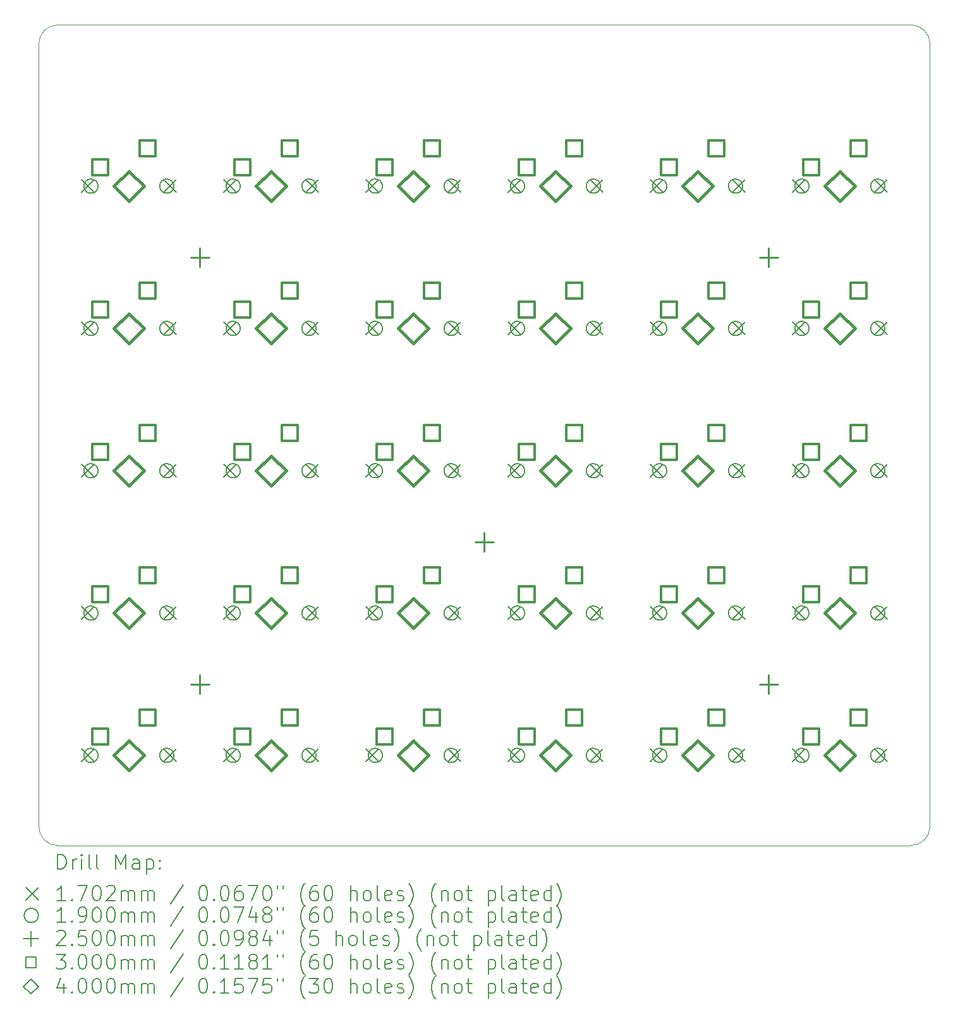
<source format=gbr>
%FSLAX45Y45*%
G04 Gerber Fmt 4.5, Leading zero omitted, Abs format (unit mm)*
G04 Created by KiCad (PCBNEW (6.0.5-0)) date 2022-06-17 10:29:52*
%MOMM*%
%LPD*%
G01*
G04 APERTURE LIST*
%TA.AperFunction,Profile*%
%ADD10C,0.120000*%
%TD*%
%ADD11C,0.200000*%
%ADD12C,0.170180*%
%ADD13C,0.190000*%
%ADD14C,0.250000*%
%ADD15C,0.300000*%
%ADD16C,0.400000*%
G04 APERTURE END LIST*
D10*
X-10477500Y-8826500D02*
X952500Y-8826500D01*
X952500Y-8826500D02*
G75*
G03*
X1206500Y-8572500I0J254000D01*
G01*
X1206500Y1905000D02*
G75*
G03*
X952500Y2159000I-254000J0D01*
G01*
X1206500Y1905000D02*
X1206500Y-8572500D01*
X-10731500Y-8572500D02*
G75*
G03*
X-10477500Y-8826500I254000J0D01*
G01*
X952500Y2159000D02*
X-10477500Y2159000D01*
X-10477500Y2159000D02*
G75*
G03*
X-10731500Y1905000I0J-254000D01*
G01*
X-10731500Y1905000D02*
X-10731500Y-8572500D01*
D11*
D12*
X-10160090Y85090D02*
X-9989910Y-85090D01*
X-9989910Y85090D02*
X-10160090Y-85090D01*
X-10160090Y-1819910D02*
X-9989910Y-1990090D01*
X-9989910Y-1819910D02*
X-10160090Y-1990090D01*
X-10160090Y-3724910D02*
X-9989910Y-3895090D01*
X-9989910Y-3724910D02*
X-10160090Y-3895090D01*
X-10160090Y-5629910D02*
X-9989910Y-5800090D01*
X-9989910Y-5629910D02*
X-10160090Y-5800090D01*
X-10160090Y-7534910D02*
X-9989910Y-7705090D01*
X-9989910Y-7534910D02*
X-10160090Y-7705090D01*
X-9060090Y85090D02*
X-8889910Y-85090D01*
X-8889910Y85090D02*
X-9060090Y-85090D01*
X-9060090Y-1819910D02*
X-8889910Y-1990090D01*
X-8889910Y-1819910D02*
X-9060090Y-1990090D01*
X-9060090Y-3724910D02*
X-8889910Y-3895090D01*
X-8889910Y-3724910D02*
X-9060090Y-3895090D01*
X-9060090Y-5629910D02*
X-8889910Y-5800090D01*
X-8889910Y-5629910D02*
X-9060090Y-5800090D01*
X-9060090Y-7534910D02*
X-8889910Y-7705090D01*
X-8889910Y-7534910D02*
X-9060090Y-7705090D01*
X-8255090Y85090D02*
X-8084910Y-85090D01*
X-8084910Y85090D02*
X-8255090Y-85090D01*
X-8255090Y-1819910D02*
X-8084910Y-1990090D01*
X-8084910Y-1819910D02*
X-8255090Y-1990090D01*
X-8255090Y-3724910D02*
X-8084910Y-3895090D01*
X-8084910Y-3724910D02*
X-8255090Y-3895090D01*
X-8255090Y-5629910D02*
X-8084910Y-5800090D01*
X-8084910Y-5629910D02*
X-8255090Y-5800090D01*
X-8255090Y-7534910D02*
X-8084910Y-7705090D01*
X-8084910Y-7534910D02*
X-8255090Y-7705090D01*
X-7155090Y85090D02*
X-6984910Y-85090D01*
X-6984910Y85090D02*
X-7155090Y-85090D01*
X-7155090Y-1819910D02*
X-6984910Y-1990090D01*
X-6984910Y-1819910D02*
X-7155090Y-1990090D01*
X-7155090Y-3724910D02*
X-6984910Y-3895090D01*
X-6984910Y-3724910D02*
X-7155090Y-3895090D01*
X-7155090Y-5629910D02*
X-6984910Y-5800090D01*
X-6984910Y-5629910D02*
X-7155090Y-5800090D01*
X-7155090Y-7534910D02*
X-6984910Y-7705090D01*
X-6984910Y-7534910D02*
X-7155090Y-7705090D01*
X-6350090Y85090D02*
X-6179910Y-85090D01*
X-6179910Y85090D02*
X-6350090Y-85090D01*
X-6350090Y-1819910D02*
X-6179910Y-1990090D01*
X-6179910Y-1819910D02*
X-6350090Y-1990090D01*
X-6350090Y-3724910D02*
X-6179910Y-3895090D01*
X-6179910Y-3724910D02*
X-6350090Y-3895090D01*
X-6350090Y-5629910D02*
X-6179910Y-5800090D01*
X-6179910Y-5629910D02*
X-6350090Y-5800090D01*
X-6350090Y-7534910D02*
X-6179910Y-7705090D01*
X-6179910Y-7534910D02*
X-6350090Y-7705090D01*
X-5250090Y85090D02*
X-5079910Y-85090D01*
X-5079910Y85090D02*
X-5250090Y-85090D01*
X-5250090Y-1819910D02*
X-5079910Y-1990090D01*
X-5079910Y-1819910D02*
X-5250090Y-1990090D01*
X-5250090Y-3724910D02*
X-5079910Y-3895090D01*
X-5079910Y-3724910D02*
X-5250090Y-3895090D01*
X-5250090Y-5629910D02*
X-5079910Y-5800090D01*
X-5079910Y-5629910D02*
X-5250090Y-5800090D01*
X-5250090Y-7534910D02*
X-5079910Y-7705090D01*
X-5079910Y-7534910D02*
X-5250090Y-7705090D01*
X-4445090Y85090D02*
X-4274910Y-85090D01*
X-4274910Y85090D02*
X-4445090Y-85090D01*
X-4445090Y-1819910D02*
X-4274910Y-1990090D01*
X-4274910Y-1819910D02*
X-4445090Y-1990090D01*
X-4445090Y-3724910D02*
X-4274910Y-3895090D01*
X-4274910Y-3724910D02*
X-4445090Y-3895090D01*
X-4445090Y-5629910D02*
X-4274910Y-5800090D01*
X-4274910Y-5629910D02*
X-4445090Y-5800090D01*
X-4445090Y-7534910D02*
X-4274910Y-7705090D01*
X-4274910Y-7534910D02*
X-4445090Y-7705090D01*
X-3345090Y85090D02*
X-3174910Y-85090D01*
X-3174910Y85090D02*
X-3345090Y-85090D01*
X-3345090Y-1819910D02*
X-3174910Y-1990090D01*
X-3174910Y-1819910D02*
X-3345090Y-1990090D01*
X-3345090Y-3724910D02*
X-3174910Y-3895090D01*
X-3174910Y-3724910D02*
X-3345090Y-3895090D01*
X-3345090Y-5629910D02*
X-3174910Y-5800090D01*
X-3174910Y-5629910D02*
X-3345090Y-5800090D01*
X-3345090Y-7534910D02*
X-3174910Y-7705090D01*
X-3174910Y-7534910D02*
X-3345090Y-7705090D01*
X-2540090Y85090D02*
X-2369910Y-85090D01*
X-2369910Y85090D02*
X-2540090Y-85090D01*
X-2540090Y-1819910D02*
X-2369910Y-1990090D01*
X-2369910Y-1819910D02*
X-2540090Y-1990090D01*
X-2540090Y-3724910D02*
X-2369910Y-3895090D01*
X-2369910Y-3724910D02*
X-2540090Y-3895090D01*
X-2540090Y-5629910D02*
X-2369910Y-5800090D01*
X-2369910Y-5629910D02*
X-2540090Y-5800090D01*
X-2540090Y-7534910D02*
X-2369910Y-7705090D01*
X-2369910Y-7534910D02*
X-2540090Y-7705090D01*
X-1440090Y85090D02*
X-1269910Y-85090D01*
X-1269910Y85090D02*
X-1440090Y-85090D01*
X-1440090Y-1819910D02*
X-1269910Y-1990090D01*
X-1269910Y-1819910D02*
X-1440090Y-1990090D01*
X-1440090Y-3724910D02*
X-1269910Y-3895090D01*
X-1269910Y-3724910D02*
X-1440090Y-3895090D01*
X-1440090Y-5629910D02*
X-1269910Y-5800090D01*
X-1269910Y-5629910D02*
X-1440090Y-5800090D01*
X-1440090Y-7534910D02*
X-1269910Y-7705090D01*
X-1269910Y-7534910D02*
X-1440090Y-7705090D01*
X-635090Y85090D02*
X-464910Y-85090D01*
X-464910Y85090D02*
X-635090Y-85090D01*
X-635090Y-1819910D02*
X-464910Y-1990090D01*
X-464910Y-1819910D02*
X-635090Y-1990090D01*
X-635090Y-3724910D02*
X-464910Y-3895090D01*
X-464910Y-3724910D02*
X-635090Y-3895090D01*
X-635090Y-5629910D02*
X-464910Y-5800090D01*
X-464910Y-5629910D02*
X-635090Y-5800090D01*
X-635090Y-7534910D02*
X-464910Y-7705090D01*
X-464910Y-7534910D02*
X-635090Y-7705090D01*
X464910Y85090D02*
X635090Y-85090D01*
X635090Y85090D02*
X464910Y-85090D01*
X464910Y-1819910D02*
X635090Y-1990090D01*
X635090Y-1819910D02*
X464910Y-1990090D01*
X464910Y-3724910D02*
X635090Y-3895090D01*
X635090Y-3724910D02*
X464910Y-3895090D01*
X464910Y-5629910D02*
X635090Y-5800090D01*
X635090Y-5629910D02*
X464910Y-5800090D01*
X464910Y-7534910D02*
X635090Y-7705090D01*
X635090Y-7534910D02*
X464910Y-7705090D01*
D13*
X-9938000Y0D02*
G75*
G03*
X-9938000Y0I-95000J0D01*
G01*
X-9938000Y-1905000D02*
G75*
G03*
X-9938000Y-1905000I-95000J0D01*
G01*
X-9938000Y-3810000D02*
G75*
G03*
X-9938000Y-3810000I-95000J0D01*
G01*
X-9938000Y-5715000D02*
G75*
G03*
X-9938000Y-5715000I-95000J0D01*
G01*
X-9938000Y-7620000D02*
G75*
G03*
X-9938000Y-7620000I-95000J0D01*
G01*
X-8922000Y0D02*
G75*
G03*
X-8922000Y0I-95000J0D01*
G01*
X-8922000Y-1905000D02*
G75*
G03*
X-8922000Y-1905000I-95000J0D01*
G01*
X-8922000Y-3810000D02*
G75*
G03*
X-8922000Y-3810000I-95000J0D01*
G01*
X-8922000Y-5715000D02*
G75*
G03*
X-8922000Y-5715000I-95000J0D01*
G01*
X-8922000Y-7620000D02*
G75*
G03*
X-8922000Y-7620000I-95000J0D01*
G01*
X-8033000Y0D02*
G75*
G03*
X-8033000Y0I-95000J0D01*
G01*
X-8033000Y-1905000D02*
G75*
G03*
X-8033000Y-1905000I-95000J0D01*
G01*
X-8033000Y-3810000D02*
G75*
G03*
X-8033000Y-3810000I-95000J0D01*
G01*
X-8033000Y-5715000D02*
G75*
G03*
X-8033000Y-5715000I-95000J0D01*
G01*
X-8033000Y-7620000D02*
G75*
G03*
X-8033000Y-7620000I-95000J0D01*
G01*
X-7017000Y0D02*
G75*
G03*
X-7017000Y0I-95000J0D01*
G01*
X-7017000Y-1905000D02*
G75*
G03*
X-7017000Y-1905000I-95000J0D01*
G01*
X-7017000Y-3810000D02*
G75*
G03*
X-7017000Y-3810000I-95000J0D01*
G01*
X-7017000Y-5715000D02*
G75*
G03*
X-7017000Y-5715000I-95000J0D01*
G01*
X-7017000Y-7620000D02*
G75*
G03*
X-7017000Y-7620000I-95000J0D01*
G01*
X-6128000Y0D02*
G75*
G03*
X-6128000Y0I-95000J0D01*
G01*
X-6128000Y-1905000D02*
G75*
G03*
X-6128000Y-1905000I-95000J0D01*
G01*
X-6128000Y-3810000D02*
G75*
G03*
X-6128000Y-3810000I-95000J0D01*
G01*
X-6128000Y-5715000D02*
G75*
G03*
X-6128000Y-5715000I-95000J0D01*
G01*
X-6128000Y-7620000D02*
G75*
G03*
X-6128000Y-7620000I-95000J0D01*
G01*
X-5112000Y0D02*
G75*
G03*
X-5112000Y0I-95000J0D01*
G01*
X-5112000Y-1905000D02*
G75*
G03*
X-5112000Y-1905000I-95000J0D01*
G01*
X-5112000Y-3810000D02*
G75*
G03*
X-5112000Y-3810000I-95000J0D01*
G01*
X-5112000Y-5715000D02*
G75*
G03*
X-5112000Y-5715000I-95000J0D01*
G01*
X-5112000Y-7620000D02*
G75*
G03*
X-5112000Y-7620000I-95000J0D01*
G01*
X-4223000Y0D02*
G75*
G03*
X-4223000Y0I-95000J0D01*
G01*
X-4223000Y-1905000D02*
G75*
G03*
X-4223000Y-1905000I-95000J0D01*
G01*
X-4223000Y-3810000D02*
G75*
G03*
X-4223000Y-3810000I-95000J0D01*
G01*
X-4223000Y-5715000D02*
G75*
G03*
X-4223000Y-5715000I-95000J0D01*
G01*
X-4223000Y-7620000D02*
G75*
G03*
X-4223000Y-7620000I-95000J0D01*
G01*
X-3207000Y0D02*
G75*
G03*
X-3207000Y0I-95000J0D01*
G01*
X-3207000Y-1905000D02*
G75*
G03*
X-3207000Y-1905000I-95000J0D01*
G01*
X-3207000Y-3810000D02*
G75*
G03*
X-3207000Y-3810000I-95000J0D01*
G01*
X-3207000Y-5715000D02*
G75*
G03*
X-3207000Y-5715000I-95000J0D01*
G01*
X-3207000Y-7620000D02*
G75*
G03*
X-3207000Y-7620000I-95000J0D01*
G01*
X-2318000Y0D02*
G75*
G03*
X-2318000Y0I-95000J0D01*
G01*
X-2318000Y-1905000D02*
G75*
G03*
X-2318000Y-1905000I-95000J0D01*
G01*
X-2318000Y-3810000D02*
G75*
G03*
X-2318000Y-3810000I-95000J0D01*
G01*
X-2318000Y-5715000D02*
G75*
G03*
X-2318000Y-5715000I-95000J0D01*
G01*
X-2318000Y-7620000D02*
G75*
G03*
X-2318000Y-7620000I-95000J0D01*
G01*
X-1302000Y0D02*
G75*
G03*
X-1302000Y0I-95000J0D01*
G01*
X-1302000Y-1905000D02*
G75*
G03*
X-1302000Y-1905000I-95000J0D01*
G01*
X-1302000Y-3810000D02*
G75*
G03*
X-1302000Y-3810000I-95000J0D01*
G01*
X-1302000Y-5715000D02*
G75*
G03*
X-1302000Y-5715000I-95000J0D01*
G01*
X-1302000Y-7620000D02*
G75*
G03*
X-1302000Y-7620000I-95000J0D01*
G01*
X-413000Y0D02*
G75*
G03*
X-413000Y0I-95000J0D01*
G01*
X-413000Y-1905000D02*
G75*
G03*
X-413000Y-1905000I-95000J0D01*
G01*
X-413000Y-3810000D02*
G75*
G03*
X-413000Y-3810000I-95000J0D01*
G01*
X-413000Y-5715000D02*
G75*
G03*
X-413000Y-5715000I-95000J0D01*
G01*
X-413000Y-7620000D02*
G75*
G03*
X-413000Y-7620000I-95000J0D01*
G01*
X603000Y0D02*
G75*
G03*
X603000Y0I-95000J0D01*
G01*
X603000Y-1905000D02*
G75*
G03*
X603000Y-1905000I-95000J0D01*
G01*
X603000Y-3810000D02*
G75*
G03*
X603000Y-3810000I-95000J0D01*
G01*
X603000Y-5715000D02*
G75*
G03*
X603000Y-5715000I-95000J0D01*
G01*
X603000Y-7620000D02*
G75*
G03*
X603000Y-7620000I-95000J0D01*
G01*
D14*
X-8572500Y-827500D02*
X-8572500Y-1077500D01*
X-8697500Y-952500D02*
X-8447500Y-952500D01*
X-8572500Y-6542500D02*
X-8572500Y-6792500D01*
X-8697500Y-6667500D02*
X-8447500Y-6667500D01*
X-4762500Y-4637500D02*
X-4762500Y-4887500D01*
X-4887500Y-4762500D02*
X-4637500Y-4762500D01*
X-952500Y-827500D02*
X-952500Y-1077500D01*
X-1077500Y-952500D02*
X-827500Y-952500D01*
X-952500Y-6542500D02*
X-952500Y-6792500D01*
X-1077500Y-6667500D02*
X-827500Y-6667500D01*
D15*
X-9799933Y147933D02*
X-9799933Y360067D01*
X-10012067Y360067D01*
X-10012067Y147933D01*
X-9799933Y147933D01*
X-9799933Y-1757067D02*
X-9799933Y-1544933D01*
X-10012067Y-1544933D01*
X-10012067Y-1757067D01*
X-9799933Y-1757067D01*
X-9799933Y-3662067D02*
X-9799933Y-3449933D01*
X-10012067Y-3449933D01*
X-10012067Y-3662067D01*
X-9799933Y-3662067D01*
X-9799933Y-5567067D02*
X-9799933Y-5354933D01*
X-10012067Y-5354933D01*
X-10012067Y-5567067D01*
X-9799933Y-5567067D01*
X-9799933Y-7472067D02*
X-9799933Y-7259933D01*
X-10012067Y-7259933D01*
X-10012067Y-7472067D01*
X-9799933Y-7472067D01*
X-9164933Y401933D02*
X-9164933Y614067D01*
X-9377067Y614067D01*
X-9377067Y401933D01*
X-9164933Y401933D01*
X-9164933Y-1503067D02*
X-9164933Y-1290933D01*
X-9377067Y-1290933D01*
X-9377067Y-1503067D01*
X-9164933Y-1503067D01*
X-9164933Y-3408067D02*
X-9164933Y-3195933D01*
X-9377067Y-3195933D01*
X-9377067Y-3408067D01*
X-9164933Y-3408067D01*
X-9164933Y-5313067D02*
X-9164933Y-5100933D01*
X-9377067Y-5100933D01*
X-9377067Y-5313067D01*
X-9164933Y-5313067D01*
X-9164933Y-7218067D02*
X-9164933Y-7005933D01*
X-9377067Y-7005933D01*
X-9377067Y-7218067D01*
X-9164933Y-7218067D01*
X-7894933Y147933D02*
X-7894933Y360067D01*
X-8107067Y360067D01*
X-8107067Y147933D01*
X-7894933Y147933D01*
X-7894933Y-1757067D02*
X-7894933Y-1544933D01*
X-8107067Y-1544933D01*
X-8107067Y-1757067D01*
X-7894933Y-1757067D01*
X-7894933Y-3662067D02*
X-7894933Y-3449933D01*
X-8107067Y-3449933D01*
X-8107067Y-3662067D01*
X-7894933Y-3662067D01*
X-7894933Y-5567067D02*
X-7894933Y-5354933D01*
X-8107067Y-5354933D01*
X-8107067Y-5567067D01*
X-7894933Y-5567067D01*
X-7894933Y-7472067D02*
X-7894933Y-7259933D01*
X-8107067Y-7259933D01*
X-8107067Y-7472067D01*
X-7894933Y-7472067D01*
X-7259933Y401933D02*
X-7259933Y614067D01*
X-7472067Y614067D01*
X-7472067Y401933D01*
X-7259933Y401933D01*
X-7259933Y-1503067D02*
X-7259933Y-1290933D01*
X-7472067Y-1290933D01*
X-7472067Y-1503067D01*
X-7259933Y-1503067D01*
X-7259933Y-3408067D02*
X-7259933Y-3195933D01*
X-7472067Y-3195933D01*
X-7472067Y-3408067D01*
X-7259933Y-3408067D01*
X-7259933Y-5313067D02*
X-7259933Y-5100933D01*
X-7472067Y-5100933D01*
X-7472067Y-5313067D01*
X-7259933Y-5313067D01*
X-7259933Y-7218067D02*
X-7259933Y-7005933D01*
X-7472067Y-7005933D01*
X-7472067Y-7218067D01*
X-7259933Y-7218067D01*
X-5989933Y147933D02*
X-5989933Y360067D01*
X-6202067Y360067D01*
X-6202067Y147933D01*
X-5989933Y147933D01*
X-5989933Y-1757067D02*
X-5989933Y-1544933D01*
X-6202067Y-1544933D01*
X-6202067Y-1757067D01*
X-5989933Y-1757067D01*
X-5989933Y-3662067D02*
X-5989933Y-3449933D01*
X-6202067Y-3449933D01*
X-6202067Y-3662067D01*
X-5989933Y-3662067D01*
X-5989933Y-5567067D02*
X-5989933Y-5354933D01*
X-6202067Y-5354933D01*
X-6202067Y-5567067D01*
X-5989933Y-5567067D01*
X-5989933Y-7472067D02*
X-5989933Y-7259933D01*
X-6202067Y-7259933D01*
X-6202067Y-7472067D01*
X-5989933Y-7472067D01*
X-5354933Y401933D02*
X-5354933Y614067D01*
X-5567067Y614067D01*
X-5567067Y401933D01*
X-5354933Y401933D01*
X-5354933Y-1503067D02*
X-5354933Y-1290933D01*
X-5567067Y-1290933D01*
X-5567067Y-1503067D01*
X-5354933Y-1503067D01*
X-5354933Y-3408067D02*
X-5354933Y-3195933D01*
X-5567067Y-3195933D01*
X-5567067Y-3408067D01*
X-5354933Y-3408067D01*
X-5354933Y-5313067D02*
X-5354933Y-5100933D01*
X-5567067Y-5100933D01*
X-5567067Y-5313067D01*
X-5354933Y-5313067D01*
X-5354933Y-7218067D02*
X-5354933Y-7005933D01*
X-5567067Y-7005933D01*
X-5567067Y-7218067D01*
X-5354933Y-7218067D01*
X-4084933Y147933D02*
X-4084933Y360067D01*
X-4297067Y360067D01*
X-4297067Y147933D01*
X-4084933Y147933D01*
X-4084933Y-1757067D02*
X-4084933Y-1544933D01*
X-4297067Y-1544933D01*
X-4297067Y-1757067D01*
X-4084933Y-1757067D01*
X-4084933Y-3662067D02*
X-4084933Y-3449933D01*
X-4297067Y-3449933D01*
X-4297067Y-3662067D01*
X-4084933Y-3662067D01*
X-4084933Y-5567067D02*
X-4084933Y-5354933D01*
X-4297067Y-5354933D01*
X-4297067Y-5567067D01*
X-4084933Y-5567067D01*
X-4084933Y-7472067D02*
X-4084933Y-7259933D01*
X-4297067Y-7259933D01*
X-4297067Y-7472067D01*
X-4084933Y-7472067D01*
X-3449933Y401933D02*
X-3449933Y614067D01*
X-3662067Y614067D01*
X-3662067Y401933D01*
X-3449933Y401933D01*
X-3449933Y-1503067D02*
X-3449933Y-1290933D01*
X-3662067Y-1290933D01*
X-3662067Y-1503067D01*
X-3449933Y-1503067D01*
X-3449933Y-3408067D02*
X-3449933Y-3195933D01*
X-3662067Y-3195933D01*
X-3662067Y-3408067D01*
X-3449933Y-3408067D01*
X-3449933Y-5313067D02*
X-3449933Y-5100933D01*
X-3662067Y-5100933D01*
X-3662067Y-5313067D01*
X-3449933Y-5313067D01*
X-3449933Y-7218067D02*
X-3449933Y-7005933D01*
X-3662067Y-7005933D01*
X-3662067Y-7218067D01*
X-3449933Y-7218067D01*
X-2179933Y147933D02*
X-2179933Y360067D01*
X-2392067Y360067D01*
X-2392067Y147933D01*
X-2179933Y147933D01*
X-2179933Y-1757067D02*
X-2179933Y-1544933D01*
X-2392067Y-1544933D01*
X-2392067Y-1757067D01*
X-2179933Y-1757067D01*
X-2179933Y-3662067D02*
X-2179933Y-3449933D01*
X-2392067Y-3449933D01*
X-2392067Y-3662067D01*
X-2179933Y-3662067D01*
X-2179933Y-5567067D02*
X-2179933Y-5354933D01*
X-2392067Y-5354933D01*
X-2392067Y-5567067D01*
X-2179933Y-5567067D01*
X-2179933Y-7472067D02*
X-2179933Y-7259933D01*
X-2392067Y-7259933D01*
X-2392067Y-7472067D01*
X-2179933Y-7472067D01*
X-1544933Y401933D02*
X-1544933Y614067D01*
X-1757067Y614067D01*
X-1757067Y401933D01*
X-1544933Y401933D01*
X-1544933Y-1503067D02*
X-1544933Y-1290933D01*
X-1757067Y-1290933D01*
X-1757067Y-1503067D01*
X-1544933Y-1503067D01*
X-1544933Y-3408067D02*
X-1544933Y-3195933D01*
X-1757067Y-3195933D01*
X-1757067Y-3408067D01*
X-1544933Y-3408067D01*
X-1544933Y-5313067D02*
X-1544933Y-5100933D01*
X-1757067Y-5100933D01*
X-1757067Y-5313067D01*
X-1544933Y-5313067D01*
X-1544933Y-7218067D02*
X-1544933Y-7005933D01*
X-1757067Y-7005933D01*
X-1757067Y-7218067D01*
X-1544933Y-7218067D01*
X-274933Y147933D02*
X-274933Y360067D01*
X-487067Y360067D01*
X-487067Y147933D01*
X-274933Y147933D01*
X-274933Y-1757067D02*
X-274933Y-1544933D01*
X-487067Y-1544933D01*
X-487067Y-1757067D01*
X-274933Y-1757067D01*
X-274933Y-3662067D02*
X-274933Y-3449933D01*
X-487067Y-3449933D01*
X-487067Y-3662067D01*
X-274933Y-3662067D01*
X-274933Y-5567067D02*
X-274933Y-5354933D01*
X-487067Y-5354933D01*
X-487067Y-5567067D01*
X-274933Y-5567067D01*
X-274933Y-7472067D02*
X-274933Y-7259933D01*
X-487067Y-7259933D01*
X-487067Y-7472067D01*
X-274933Y-7472067D01*
X360067Y401933D02*
X360067Y614067D01*
X147933Y614067D01*
X147933Y401933D01*
X360067Y401933D01*
X360067Y-1503067D02*
X360067Y-1290933D01*
X147933Y-1290933D01*
X147933Y-1503067D01*
X360067Y-1503067D01*
X360067Y-3408067D02*
X360067Y-3195933D01*
X147933Y-3195933D01*
X147933Y-3408067D01*
X360067Y-3408067D01*
X360067Y-5313067D02*
X360067Y-5100933D01*
X147933Y-5100933D01*
X147933Y-5313067D01*
X360067Y-5313067D01*
X360067Y-7218067D02*
X360067Y-7005933D01*
X147933Y-7005933D01*
X147933Y-7218067D01*
X360067Y-7218067D01*
D16*
X-9525000Y-200000D02*
X-9325000Y0D01*
X-9525000Y200000D01*
X-9725000Y0D01*
X-9525000Y-200000D01*
X-9525000Y-2105000D02*
X-9325000Y-1905000D01*
X-9525000Y-1705000D01*
X-9725000Y-1905000D01*
X-9525000Y-2105000D01*
X-9525000Y-4010000D02*
X-9325000Y-3810000D01*
X-9525000Y-3610000D01*
X-9725000Y-3810000D01*
X-9525000Y-4010000D01*
X-9525000Y-5915000D02*
X-9325000Y-5715000D01*
X-9525000Y-5515000D01*
X-9725000Y-5715000D01*
X-9525000Y-5915000D01*
X-9525000Y-7820000D02*
X-9325000Y-7620000D01*
X-9525000Y-7420000D01*
X-9725000Y-7620000D01*
X-9525000Y-7820000D01*
X-7620000Y-200000D02*
X-7420000Y0D01*
X-7620000Y200000D01*
X-7820000Y0D01*
X-7620000Y-200000D01*
X-7620000Y-2105000D02*
X-7420000Y-1905000D01*
X-7620000Y-1705000D01*
X-7820000Y-1905000D01*
X-7620000Y-2105000D01*
X-7620000Y-4010000D02*
X-7420000Y-3810000D01*
X-7620000Y-3610000D01*
X-7820000Y-3810000D01*
X-7620000Y-4010000D01*
X-7620000Y-5915000D02*
X-7420000Y-5715000D01*
X-7620000Y-5515000D01*
X-7820000Y-5715000D01*
X-7620000Y-5915000D01*
X-7620000Y-7820000D02*
X-7420000Y-7620000D01*
X-7620000Y-7420000D01*
X-7820000Y-7620000D01*
X-7620000Y-7820000D01*
X-5715000Y-200000D02*
X-5515000Y0D01*
X-5715000Y200000D01*
X-5915000Y0D01*
X-5715000Y-200000D01*
X-5715000Y-2105000D02*
X-5515000Y-1905000D01*
X-5715000Y-1705000D01*
X-5915000Y-1905000D01*
X-5715000Y-2105000D01*
X-5715000Y-4010000D02*
X-5515000Y-3810000D01*
X-5715000Y-3610000D01*
X-5915000Y-3810000D01*
X-5715000Y-4010000D01*
X-5715000Y-5915000D02*
X-5515000Y-5715000D01*
X-5715000Y-5515000D01*
X-5915000Y-5715000D01*
X-5715000Y-5915000D01*
X-5715000Y-7820000D02*
X-5515000Y-7620000D01*
X-5715000Y-7420000D01*
X-5915000Y-7620000D01*
X-5715000Y-7820000D01*
X-3810000Y-200000D02*
X-3610000Y0D01*
X-3810000Y200000D01*
X-4010000Y0D01*
X-3810000Y-200000D01*
X-3810000Y-2105000D02*
X-3610000Y-1905000D01*
X-3810000Y-1705000D01*
X-4010000Y-1905000D01*
X-3810000Y-2105000D01*
X-3810000Y-4010000D02*
X-3610000Y-3810000D01*
X-3810000Y-3610000D01*
X-4010000Y-3810000D01*
X-3810000Y-4010000D01*
X-3810000Y-5915000D02*
X-3610000Y-5715000D01*
X-3810000Y-5515000D01*
X-4010000Y-5715000D01*
X-3810000Y-5915000D01*
X-3810000Y-7820000D02*
X-3610000Y-7620000D01*
X-3810000Y-7420000D01*
X-4010000Y-7620000D01*
X-3810000Y-7820000D01*
X-1905000Y-200000D02*
X-1705000Y0D01*
X-1905000Y200000D01*
X-2105000Y0D01*
X-1905000Y-200000D01*
X-1905000Y-2105000D02*
X-1705000Y-1905000D01*
X-1905000Y-1705000D01*
X-2105000Y-1905000D01*
X-1905000Y-2105000D01*
X-1905000Y-4010000D02*
X-1705000Y-3810000D01*
X-1905000Y-3610000D01*
X-2105000Y-3810000D01*
X-1905000Y-4010000D01*
X-1905000Y-5915000D02*
X-1705000Y-5715000D01*
X-1905000Y-5515000D01*
X-2105000Y-5715000D01*
X-1905000Y-5915000D01*
X-1905000Y-7820000D02*
X-1705000Y-7620000D01*
X-1905000Y-7420000D01*
X-2105000Y-7620000D01*
X-1905000Y-7820000D01*
X0Y-200000D02*
X200000Y0D01*
X0Y200000D01*
X-200000Y0D01*
X0Y-200000D01*
X0Y-2105000D02*
X200000Y-1905000D01*
X0Y-1705000D01*
X-200000Y-1905000D01*
X0Y-2105000D01*
X0Y-4010000D02*
X200000Y-3810000D01*
X0Y-3610000D01*
X-200000Y-3810000D01*
X0Y-4010000D01*
X0Y-5915000D02*
X200000Y-5715000D01*
X0Y-5515000D01*
X-200000Y-5715000D01*
X0Y-5915000D01*
X0Y-7820000D02*
X200000Y-7620000D01*
X0Y-7420000D01*
X-200000Y-7620000D01*
X0Y-7820000D01*
D11*
X-10479881Y-9142976D02*
X-10479881Y-8942976D01*
X-10432262Y-8942976D01*
X-10403691Y-8952500D01*
X-10384643Y-8971548D01*
X-10375119Y-8990595D01*
X-10365595Y-9028690D01*
X-10365595Y-9057262D01*
X-10375119Y-9095357D01*
X-10384643Y-9114405D01*
X-10403691Y-9133452D01*
X-10432262Y-9142976D01*
X-10479881Y-9142976D01*
X-10279881Y-9142976D02*
X-10279881Y-9009643D01*
X-10279881Y-9047738D02*
X-10270357Y-9028690D01*
X-10260833Y-9019167D01*
X-10241786Y-9009643D01*
X-10222738Y-9009643D01*
X-10156072Y-9142976D02*
X-10156072Y-9009643D01*
X-10156072Y-8942976D02*
X-10165595Y-8952500D01*
X-10156072Y-8962024D01*
X-10146548Y-8952500D01*
X-10156072Y-8942976D01*
X-10156072Y-8962024D01*
X-10032262Y-9142976D02*
X-10051310Y-9133452D01*
X-10060833Y-9114405D01*
X-10060833Y-8942976D01*
X-9927500Y-9142976D02*
X-9946548Y-9133452D01*
X-9956072Y-9114405D01*
X-9956072Y-8942976D01*
X-9698929Y-9142976D02*
X-9698929Y-8942976D01*
X-9632262Y-9085833D01*
X-9565595Y-8942976D01*
X-9565595Y-9142976D01*
X-9384643Y-9142976D02*
X-9384643Y-9038214D01*
X-9394167Y-9019167D01*
X-9413214Y-9009643D01*
X-9451310Y-9009643D01*
X-9470357Y-9019167D01*
X-9384643Y-9133452D02*
X-9403691Y-9142976D01*
X-9451310Y-9142976D01*
X-9470357Y-9133452D01*
X-9479881Y-9114405D01*
X-9479881Y-9095357D01*
X-9470357Y-9076310D01*
X-9451310Y-9066786D01*
X-9403691Y-9066786D01*
X-9384643Y-9057262D01*
X-9289405Y-9009643D02*
X-9289405Y-9209643D01*
X-9289405Y-9019167D02*
X-9270357Y-9009643D01*
X-9232262Y-9009643D01*
X-9213214Y-9019167D01*
X-9203691Y-9028690D01*
X-9194167Y-9047738D01*
X-9194167Y-9104881D01*
X-9203691Y-9123929D01*
X-9213214Y-9133452D01*
X-9232262Y-9142976D01*
X-9270357Y-9142976D01*
X-9289405Y-9133452D01*
X-9108452Y-9123929D02*
X-9098929Y-9133452D01*
X-9108452Y-9142976D01*
X-9117976Y-9133452D01*
X-9108452Y-9123929D01*
X-9108452Y-9142976D01*
X-9108452Y-9019167D02*
X-9098929Y-9028690D01*
X-9108452Y-9038214D01*
X-9117976Y-9028690D01*
X-9108452Y-9019167D01*
X-9108452Y-9038214D01*
D12*
X-10907680Y-9387410D02*
X-10737500Y-9557590D01*
X-10737500Y-9387410D02*
X-10907680Y-9557590D01*
D11*
X-10375119Y-9562976D02*
X-10489405Y-9562976D01*
X-10432262Y-9562976D02*
X-10432262Y-9362976D01*
X-10451310Y-9391548D01*
X-10470357Y-9410595D01*
X-10489405Y-9420119D01*
X-10289405Y-9543929D02*
X-10279881Y-9553452D01*
X-10289405Y-9562976D01*
X-10298929Y-9553452D01*
X-10289405Y-9543929D01*
X-10289405Y-9562976D01*
X-10213214Y-9362976D02*
X-10079881Y-9362976D01*
X-10165595Y-9562976D01*
X-9965595Y-9362976D02*
X-9946548Y-9362976D01*
X-9927500Y-9372500D01*
X-9917976Y-9382024D01*
X-9908452Y-9401071D01*
X-9898929Y-9439167D01*
X-9898929Y-9486786D01*
X-9908452Y-9524881D01*
X-9917976Y-9543929D01*
X-9927500Y-9553452D01*
X-9946548Y-9562976D01*
X-9965595Y-9562976D01*
X-9984643Y-9553452D01*
X-9994167Y-9543929D01*
X-10003691Y-9524881D01*
X-10013214Y-9486786D01*
X-10013214Y-9439167D01*
X-10003691Y-9401071D01*
X-9994167Y-9382024D01*
X-9984643Y-9372500D01*
X-9965595Y-9362976D01*
X-9822738Y-9382024D02*
X-9813214Y-9372500D01*
X-9794167Y-9362976D01*
X-9746548Y-9362976D01*
X-9727500Y-9372500D01*
X-9717976Y-9382024D01*
X-9708452Y-9401071D01*
X-9708452Y-9420119D01*
X-9717976Y-9448690D01*
X-9832262Y-9562976D01*
X-9708452Y-9562976D01*
X-9622738Y-9562976D02*
X-9622738Y-9429643D01*
X-9622738Y-9448690D02*
X-9613214Y-9439167D01*
X-9594167Y-9429643D01*
X-9565595Y-9429643D01*
X-9546548Y-9439167D01*
X-9537024Y-9458214D01*
X-9537024Y-9562976D01*
X-9537024Y-9458214D02*
X-9527500Y-9439167D01*
X-9508452Y-9429643D01*
X-9479881Y-9429643D01*
X-9460833Y-9439167D01*
X-9451310Y-9458214D01*
X-9451310Y-9562976D01*
X-9356072Y-9562976D02*
X-9356072Y-9429643D01*
X-9356072Y-9448690D02*
X-9346548Y-9439167D01*
X-9327500Y-9429643D01*
X-9298929Y-9429643D01*
X-9279881Y-9439167D01*
X-9270357Y-9458214D01*
X-9270357Y-9562976D01*
X-9270357Y-9458214D02*
X-9260833Y-9439167D01*
X-9241786Y-9429643D01*
X-9213214Y-9429643D01*
X-9194167Y-9439167D01*
X-9184643Y-9458214D01*
X-9184643Y-9562976D01*
X-8794167Y-9353452D02*
X-8965595Y-9610595D01*
X-8537024Y-9362976D02*
X-8517976Y-9362976D01*
X-8498929Y-9372500D01*
X-8489405Y-9382024D01*
X-8479881Y-9401071D01*
X-8470357Y-9439167D01*
X-8470357Y-9486786D01*
X-8479881Y-9524881D01*
X-8489405Y-9543929D01*
X-8498929Y-9553452D01*
X-8517976Y-9562976D01*
X-8537024Y-9562976D01*
X-8556072Y-9553452D01*
X-8565595Y-9543929D01*
X-8575119Y-9524881D01*
X-8584643Y-9486786D01*
X-8584643Y-9439167D01*
X-8575119Y-9401071D01*
X-8565595Y-9382024D01*
X-8556072Y-9372500D01*
X-8537024Y-9362976D01*
X-8384643Y-9543929D02*
X-8375119Y-9553452D01*
X-8384643Y-9562976D01*
X-8394167Y-9553452D01*
X-8384643Y-9543929D01*
X-8384643Y-9562976D01*
X-8251310Y-9362976D02*
X-8232262Y-9362976D01*
X-8213214Y-9372500D01*
X-8203690Y-9382024D01*
X-8194167Y-9401071D01*
X-8184643Y-9439167D01*
X-8184643Y-9486786D01*
X-8194167Y-9524881D01*
X-8203690Y-9543929D01*
X-8213214Y-9553452D01*
X-8232262Y-9562976D01*
X-8251310Y-9562976D01*
X-8270357Y-9553452D01*
X-8279881Y-9543929D01*
X-8289405Y-9524881D01*
X-8298929Y-9486786D01*
X-8298929Y-9439167D01*
X-8289405Y-9401071D01*
X-8279881Y-9382024D01*
X-8270357Y-9372500D01*
X-8251310Y-9362976D01*
X-8013214Y-9362976D02*
X-8051310Y-9362976D01*
X-8070357Y-9372500D01*
X-8079881Y-9382024D01*
X-8098929Y-9410595D01*
X-8108452Y-9448690D01*
X-8108452Y-9524881D01*
X-8098929Y-9543929D01*
X-8089405Y-9553452D01*
X-8070357Y-9562976D01*
X-8032262Y-9562976D01*
X-8013214Y-9553452D01*
X-8003690Y-9543929D01*
X-7994167Y-9524881D01*
X-7994167Y-9477262D01*
X-8003690Y-9458214D01*
X-8013214Y-9448690D01*
X-8032262Y-9439167D01*
X-8070357Y-9439167D01*
X-8089405Y-9448690D01*
X-8098929Y-9458214D01*
X-8108452Y-9477262D01*
X-7927500Y-9362976D02*
X-7794167Y-9362976D01*
X-7879881Y-9562976D01*
X-7679881Y-9362976D02*
X-7660833Y-9362976D01*
X-7641786Y-9372500D01*
X-7632262Y-9382024D01*
X-7622738Y-9401071D01*
X-7613214Y-9439167D01*
X-7613214Y-9486786D01*
X-7622738Y-9524881D01*
X-7632262Y-9543929D01*
X-7641786Y-9553452D01*
X-7660833Y-9562976D01*
X-7679881Y-9562976D01*
X-7698929Y-9553452D01*
X-7708452Y-9543929D01*
X-7717976Y-9524881D01*
X-7727500Y-9486786D01*
X-7727500Y-9439167D01*
X-7717976Y-9401071D01*
X-7708452Y-9382024D01*
X-7698929Y-9372500D01*
X-7679881Y-9362976D01*
X-7537024Y-9362976D02*
X-7537024Y-9401071D01*
X-7460833Y-9362976D02*
X-7460833Y-9401071D01*
X-7165595Y-9639167D02*
X-7175119Y-9629643D01*
X-7194167Y-9601071D01*
X-7203690Y-9582024D01*
X-7213214Y-9553452D01*
X-7222738Y-9505833D01*
X-7222738Y-9467738D01*
X-7213214Y-9420119D01*
X-7203690Y-9391548D01*
X-7194167Y-9372500D01*
X-7175119Y-9343929D01*
X-7165595Y-9334405D01*
X-7003690Y-9362976D02*
X-7041786Y-9362976D01*
X-7060833Y-9372500D01*
X-7070357Y-9382024D01*
X-7089405Y-9410595D01*
X-7098929Y-9448690D01*
X-7098929Y-9524881D01*
X-7089405Y-9543929D01*
X-7079881Y-9553452D01*
X-7060833Y-9562976D01*
X-7022738Y-9562976D01*
X-7003690Y-9553452D01*
X-6994167Y-9543929D01*
X-6984643Y-9524881D01*
X-6984643Y-9477262D01*
X-6994167Y-9458214D01*
X-7003690Y-9448690D01*
X-7022738Y-9439167D01*
X-7060833Y-9439167D01*
X-7079881Y-9448690D01*
X-7089405Y-9458214D01*
X-7098929Y-9477262D01*
X-6860833Y-9362976D02*
X-6841786Y-9362976D01*
X-6822738Y-9372500D01*
X-6813214Y-9382024D01*
X-6803690Y-9401071D01*
X-6794167Y-9439167D01*
X-6794167Y-9486786D01*
X-6803690Y-9524881D01*
X-6813214Y-9543929D01*
X-6822738Y-9553452D01*
X-6841786Y-9562976D01*
X-6860833Y-9562976D01*
X-6879881Y-9553452D01*
X-6889405Y-9543929D01*
X-6898929Y-9524881D01*
X-6908452Y-9486786D01*
X-6908452Y-9439167D01*
X-6898929Y-9401071D01*
X-6889405Y-9382024D01*
X-6879881Y-9372500D01*
X-6860833Y-9362976D01*
X-6556071Y-9562976D02*
X-6556071Y-9362976D01*
X-6470357Y-9562976D02*
X-6470357Y-9458214D01*
X-6479881Y-9439167D01*
X-6498929Y-9429643D01*
X-6527500Y-9429643D01*
X-6546548Y-9439167D01*
X-6556071Y-9448690D01*
X-6346548Y-9562976D02*
X-6365595Y-9553452D01*
X-6375119Y-9543929D01*
X-6384643Y-9524881D01*
X-6384643Y-9467738D01*
X-6375119Y-9448690D01*
X-6365595Y-9439167D01*
X-6346548Y-9429643D01*
X-6317976Y-9429643D01*
X-6298929Y-9439167D01*
X-6289405Y-9448690D01*
X-6279881Y-9467738D01*
X-6279881Y-9524881D01*
X-6289405Y-9543929D01*
X-6298929Y-9553452D01*
X-6317976Y-9562976D01*
X-6346548Y-9562976D01*
X-6165595Y-9562976D02*
X-6184643Y-9553452D01*
X-6194167Y-9534405D01*
X-6194167Y-9362976D01*
X-6013214Y-9553452D02*
X-6032262Y-9562976D01*
X-6070357Y-9562976D01*
X-6089405Y-9553452D01*
X-6098929Y-9534405D01*
X-6098929Y-9458214D01*
X-6089405Y-9439167D01*
X-6070357Y-9429643D01*
X-6032262Y-9429643D01*
X-6013214Y-9439167D01*
X-6003690Y-9458214D01*
X-6003690Y-9477262D01*
X-6098929Y-9496310D01*
X-5927500Y-9553452D02*
X-5908452Y-9562976D01*
X-5870357Y-9562976D01*
X-5851310Y-9553452D01*
X-5841786Y-9534405D01*
X-5841786Y-9524881D01*
X-5851310Y-9505833D01*
X-5870357Y-9496310D01*
X-5898929Y-9496310D01*
X-5917976Y-9486786D01*
X-5927500Y-9467738D01*
X-5927500Y-9458214D01*
X-5917976Y-9439167D01*
X-5898929Y-9429643D01*
X-5870357Y-9429643D01*
X-5851310Y-9439167D01*
X-5775119Y-9639167D02*
X-5765595Y-9629643D01*
X-5746548Y-9601071D01*
X-5737024Y-9582024D01*
X-5727500Y-9553452D01*
X-5717976Y-9505833D01*
X-5717976Y-9467738D01*
X-5727500Y-9420119D01*
X-5737024Y-9391548D01*
X-5746548Y-9372500D01*
X-5765595Y-9343929D01*
X-5775119Y-9334405D01*
X-5413214Y-9639167D02*
X-5422738Y-9629643D01*
X-5441786Y-9601071D01*
X-5451310Y-9582024D01*
X-5460833Y-9553452D01*
X-5470357Y-9505833D01*
X-5470357Y-9467738D01*
X-5460833Y-9420119D01*
X-5451310Y-9391548D01*
X-5441786Y-9372500D01*
X-5422738Y-9343929D01*
X-5413214Y-9334405D01*
X-5337024Y-9429643D02*
X-5337024Y-9562976D01*
X-5337024Y-9448690D02*
X-5327500Y-9439167D01*
X-5308452Y-9429643D01*
X-5279881Y-9429643D01*
X-5260833Y-9439167D01*
X-5251310Y-9458214D01*
X-5251310Y-9562976D01*
X-5127500Y-9562976D02*
X-5146548Y-9553452D01*
X-5156072Y-9543929D01*
X-5165595Y-9524881D01*
X-5165595Y-9467738D01*
X-5156072Y-9448690D01*
X-5146548Y-9439167D01*
X-5127500Y-9429643D01*
X-5098929Y-9429643D01*
X-5079881Y-9439167D01*
X-5070357Y-9448690D01*
X-5060833Y-9467738D01*
X-5060833Y-9524881D01*
X-5070357Y-9543929D01*
X-5079881Y-9553452D01*
X-5098929Y-9562976D01*
X-5127500Y-9562976D01*
X-5003691Y-9429643D02*
X-4927500Y-9429643D01*
X-4975119Y-9362976D02*
X-4975119Y-9534405D01*
X-4965595Y-9553452D01*
X-4946548Y-9562976D01*
X-4927500Y-9562976D01*
X-4708452Y-9429643D02*
X-4708452Y-9629643D01*
X-4708452Y-9439167D02*
X-4689405Y-9429643D01*
X-4651310Y-9429643D01*
X-4632262Y-9439167D01*
X-4622738Y-9448690D01*
X-4613214Y-9467738D01*
X-4613214Y-9524881D01*
X-4622738Y-9543929D01*
X-4632262Y-9553452D01*
X-4651310Y-9562976D01*
X-4689405Y-9562976D01*
X-4708452Y-9553452D01*
X-4498929Y-9562976D02*
X-4517976Y-9553452D01*
X-4527500Y-9534405D01*
X-4527500Y-9362976D01*
X-4337024Y-9562976D02*
X-4337024Y-9458214D01*
X-4346548Y-9439167D01*
X-4365595Y-9429643D01*
X-4403691Y-9429643D01*
X-4422738Y-9439167D01*
X-4337024Y-9553452D02*
X-4356072Y-9562976D01*
X-4403691Y-9562976D01*
X-4422738Y-9553452D01*
X-4432262Y-9534405D01*
X-4432262Y-9515357D01*
X-4422738Y-9496310D01*
X-4403691Y-9486786D01*
X-4356072Y-9486786D01*
X-4337024Y-9477262D01*
X-4270357Y-9429643D02*
X-4194167Y-9429643D01*
X-4241786Y-9362976D02*
X-4241786Y-9534405D01*
X-4232262Y-9553452D01*
X-4213214Y-9562976D01*
X-4194167Y-9562976D01*
X-4051310Y-9553452D02*
X-4070357Y-9562976D01*
X-4108452Y-9562976D01*
X-4127500Y-9553452D01*
X-4137024Y-9534405D01*
X-4137024Y-9458214D01*
X-4127500Y-9439167D01*
X-4108452Y-9429643D01*
X-4070357Y-9429643D01*
X-4051310Y-9439167D01*
X-4041786Y-9458214D01*
X-4041786Y-9477262D01*
X-4137024Y-9496310D01*
X-3870357Y-9562976D02*
X-3870357Y-9362976D01*
X-3870357Y-9553452D02*
X-3889405Y-9562976D01*
X-3927500Y-9562976D01*
X-3946548Y-9553452D01*
X-3956071Y-9543929D01*
X-3965595Y-9524881D01*
X-3965595Y-9467738D01*
X-3956071Y-9448690D01*
X-3946548Y-9439167D01*
X-3927500Y-9429643D01*
X-3889405Y-9429643D01*
X-3870357Y-9439167D01*
X-3794167Y-9639167D02*
X-3784643Y-9629643D01*
X-3765595Y-9601071D01*
X-3756071Y-9582024D01*
X-3746548Y-9553452D01*
X-3737024Y-9505833D01*
X-3737024Y-9467738D01*
X-3746548Y-9420119D01*
X-3756071Y-9391548D01*
X-3765595Y-9372500D01*
X-3784643Y-9343929D01*
X-3794167Y-9334405D01*
D13*
X-10737500Y-9762680D02*
G75*
G03*
X-10737500Y-9762680I-95000J0D01*
G01*
D11*
X-10375119Y-9853156D02*
X-10489405Y-9853156D01*
X-10432262Y-9853156D02*
X-10432262Y-9653156D01*
X-10451310Y-9681728D01*
X-10470357Y-9700775D01*
X-10489405Y-9710299D01*
X-10289405Y-9834109D02*
X-10279881Y-9843632D01*
X-10289405Y-9853156D01*
X-10298929Y-9843632D01*
X-10289405Y-9834109D01*
X-10289405Y-9853156D01*
X-10184643Y-9853156D02*
X-10146548Y-9853156D01*
X-10127500Y-9843632D01*
X-10117976Y-9834109D01*
X-10098929Y-9805537D01*
X-10089405Y-9767442D01*
X-10089405Y-9691251D01*
X-10098929Y-9672204D01*
X-10108452Y-9662680D01*
X-10127500Y-9653156D01*
X-10165595Y-9653156D01*
X-10184643Y-9662680D01*
X-10194167Y-9672204D01*
X-10203691Y-9691251D01*
X-10203691Y-9738870D01*
X-10194167Y-9757918D01*
X-10184643Y-9767442D01*
X-10165595Y-9776966D01*
X-10127500Y-9776966D01*
X-10108452Y-9767442D01*
X-10098929Y-9757918D01*
X-10089405Y-9738870D01*
X-9965595Y-9653156D02*
X-9946548Y-9653156D01*
X-9927500Y-9662680D01*
X-9917976Y-9672204D01*
X-9908452Y-9691251D01*
X-9898929Y-9729347D01*
X-9898929Y-9776966D01*
X-9908452Y-9815061D01*
X-9917976Y-9834109D01*
X-9927500Y-9843632D01*
X-9946548Y-9853156D01*
X-9965595Y-9853156D01*
X-9984643Y-9843632D01*
X-9994167Y-9834109D01*
X-10003691Y-9815061D01*
X-10013214Y-9776966D01*
X-10013214Y-9729347D01*
X-10003691Y-9691251D01*
X-9994167Y-9672204D01*
X-9984643Y-9662680D01*
X-9965595Y-9653156D01*
X-9775119Y-9653156D02*
X-9756072Y-9653156D01*
X-9737024Y-9662680D01*
X-9727500Y-9672204D01*
X-9717976Y-9691251D01*
X-9708452Y-9729347D01*
X-9708452Y-9776966D01*
X-9717976Y-9815061D01*
X-9727500Y-9834109D01*
X-9737024Y-9843632D01*
X-9756072Y-9853156D01*
X-9775119Y-9853156D01*
X-9794167Y-9843632D01*
X-9803691Y-9834109D01*
X-9813214Y-9815061D01*
X-9822738Y-9776966D01*
X-9822738Y-9729347D01*
X-9813214Y-9691251D01*
X-9803691Y-9672204D01*
X-9794167Y-9662680D01*
X-9775119Y-9653156D01*
X-9622738Y-9853156D02*
X-9622738Y-9719823D01*
X-9622738Y-9738870D02*
X-9613214Y-9729347D01*
X-9594167Y-9719823D01*
X-9565595Y-9719823D01*
X-9546548Y-9729347D01*
X-9537024Y-9748394D01*
X-9537024Y-9853156D01*
X-9537024Y-9748394D02*
X-9527500Y-9729347D01*
X-9508452Y-9719823D01*
X-9479881Y-9719823D01*
X-9460833Y-9729347D01*
X-9451310Y-9748394D01*
X-9451310Y-9853156D01*
X-9356072Y-9853156D02*
X-9356072Y-9719823D01*
X-9356072Y-9738870D02*
X-9346548Y-9729347D01*
X-9327500Y-9719823D01*
X-9298929Y-9719823D01*
X-9279881Y-9729347D01*
X-9270357Y-9748394D01*
X-9270357Y-9853156D01*
X-9270357Y-9748394D02*
X-9260833Y-9729347D01*
X-9241786Y-9719823D01*
X-9213214Y-9719823D01*
X-9194167Y-9729347D01*
X-9184643Y-9748394D01*
X-9184643Y-9853156D01*
X-8794167Y-9643632D02*
X-8965595Y-9900775D01*
X-8537024Y-9653156D02*
X-8517976Y-9653156D01*
X-8498929Y-9662680D01*
X-8489405Y-9672204D01*
X-8479881Y-9691251D01*
X-8470357Y-9729347D01*
X-8470357Y-9776966D01*
X-8479881Y-9815061D01*
X-8489405Y-9834109D01*
X-8498929Y-9843632D01*
X-8517976Y-9853156D01*
X-8537024Y-9853156D01*
X-8556072Y-9843632D01*
X-8565595Y-9834109D01*
X-8575119Y-9815061D01*
X-8584643Y-9776966D01*
X-8584643Y-9729347D01*
X-8575119Y-9691251D01*
X-8565595Y-9672204D01*
X-8556072Y-9662680D01*
X-8537024Y-9653156D01*
X-8384643Y-9834109D02*
X-8375119Y-9843632D01*
X-8384643Y-9853156D01*
X-8394167Y-9843632D01*
X-8384643Y-9834109D01*
X-8384643Y-9853156D01*
X-8251310Y-9653156D02*
X-8232262Y-9653156D01*
X-8213214Y-9662680D01*
X-8203690Y-9672204D01*
X-8194167Y-9691251D01*
X-8184643Y-9729347D01*
X-8184643Y-9776966D01*
X-8194167Y-9815061D01*
X-8203690Y-9834109D01*
X-8213214Y-9843632D01*
X-8232262Y-9853156D01*
X-8251310Y-9853156D01*
X-8270357Y-9843632D01*
X-8279881Y-9834109D01*
X-8289405Y-9815061D01*
X-8298929Y-9776966D01*
X-8298929Y-9729347D01*
X-8289405Y-9691251D01*
X-8279881Y-9672204D01*
X-8270357Y-9662680D01*
X-8251310Y-9653156D01*
X-8117976Y-9653156D02*
X-7984643Y-9653156D01*
X-8070357Y-9853156D01*
X-7822738Y-9719823D02*
X-7822738Y-9853156D01*
X-7870357Y-9643632D02*
X-7917976Y-9786490D01*
X-7794167Y-9786490D01*
X-7689405Y-9738870D02*
X-7708452Y-9729347D01*
X-7717976Y-9719823D01*
X-7727500Y-9700775D01*
X-7727500Y-9691251D01*
X-7717976Y-9672204D01*
X-7708452Y-9662680D01*
X-7689405Y-9653156D01*
X-7651310Y-9653156D01*
X-7632262Y-9662680D01*
X-7622738Y-9672204D01*
X-7613214Y-9691251D01*
X-7613214Y-9700775D01*
X-7622738Y-9719823D01*
X-7632262Y-9729347D01*
X-7651310Y-9738870D01*
X-7689405Y-9738870D01*
X-7708452Y-9748394D01*
X-7717976Y-9757918D01*
X-7727500Y-9776966D01*
X-7727500Y-9815061D01*
X-7717976Y-9834109D01*
X-7708452Y-9843632D01*
X-7689405Y-9853156D01*
X-7651310Y-9853156D01*
X-7632262Y-9843632D01*
X-7622738Y-9834109D01*
X-7613214Y-9815061D01*
X-7613214Y-9776966D01*
X-7622738Y-9757918D01*
X-7632262Y-9748394D01*
X-7651310Y-9738870D01*
X-7537024Y-9653156D02*
X-7537024Y-9691251D01*
X-7460833Y-9653156D02*
X-7460833Y-9691251D01*
X-7165595Y-9929347D02*
X-7175119Y-9919823D01*
X-7194167Y-9891251D01*
X-7203690Y-9872204D01*
X-7213214Y-9843632D01*
X-7222738Y-9796013D01*
X-7222738Y-9757918D01*
X-7213214Y-9710299D01*
X-7203690Y-9681728D01*
X-7194167Y-9662680D01*
X-7175119Y-9634109D01*
X-7165595Y-9624585D01*
X-7003690Y-9653156D02*
X-7041786Y-9653156D01*
X-7060833Y-9662680D01*
X-7070357Y-9672204D01*
X-7089405Y-9700775D01*
X-7098929Y-9738870D01*
X-7098929Y-9815061D01*
X-7089405Y-9834109D01*
X-7079881Y-9843632D01*
X-7060833Y-9853156D01*
X-7022738Y-9853156D01*
X-7003690Y-9843632D01*
X-6994167Y-9834109D01*
X-6984643Y-9815061D01*
X-6984643Y-9767442D01*
X-6994167Y-9748394D01*
X-7003690Y-9738870D01*
X-7022738Y-9729347D01*
X-7060833Y-9729347D01*
X-7079881Y-9738870D01*
X-7089405Y-9748394D01*
X-7098929Y-9767442D01*
X-6860833Y-9653156D02*
X-6841786Y-9653156D01*
X-6822738Y-9662680D01*
X-6813214Y-9672204D01*
X-6803690Y-9691251D01*
X-6794167Y-9729347D01*
X-6794167Y-9776966D01*
X-6803690Y-9815061D01*
X-6813214Y-9834109D01*
X-6822738Y-9843632D01*
X-6841786Y-9853156D01*
X-6860833Y-9853156D01*
X-6879881Y-9843632D01*
X-6889405Y-9834109D01*
X-6898929Y-9815061D01*
X-6908452Y-9776966D01*
X-6908452Y-9729347D01*
X-6898929Y-9691251D01*
X-6889405Y-9672204D01*
X-6879881Y-9662680D01*
X-6860833Y-9653156D01*
X-6556071Y-9853156D02*
X-6556071Y-9653156D01*
X-6470357Y-9853156D02*
X-6470357Y-9748394D01*
X-6479881Y-9729347D01*
X-6498929Y-9719823D01*
X-6527500Y-9719823D01*
X-6546548Y-9729347D01*
X-6556071Y-9738870D01*
X-6346548Y-9853156D02*
X-6365595Y-9843632D01*
X-6375119Y-9834109D01*
X-6384643Y-9815061D01*
X-6384643Y-9757918D01*
X-6375119Y-9738870D01*
X-6365595Y-9729347D01*
X-6346548Y-9719823D01*
X-6317976Y-9719823D01*
X-6298929Y-9729347D01*
X-6289405Y-9738870D01*
X-6279881Y-9757918D01*
X-6279881Y-9815061D01*
X-6289405Y-9834109D01*
X-6298929Y-9843632D01*
X-6317976Y-9853156D01*
X-6346548Y-9853156D01*
X-6165595Y-9853156D02*
X-6184643Y-9843632D01*
X-6194167Y-9824585D01*
X-6194167Y-9653156D01*
X-6013214Y-9843632D02*
X-6032262Y-9853156D01*
X-6070357Y-9853156D01*
X-6089405Y-9843632D01*
X-6098929Y-9824585D01*
X-6098929Y-9748394D01*
X-6089405Y-9729347D01*
X-6070357Y-9719823D01*
X-6032262Y-9719823D01*
X-6013214Y-9729347D01*
X-6003690Y-9748394D01*
X-6003690Y-9767442D01*
X-6098929Y-9786490D01*
X-5927500Y-9843632D02*
X-5908452Y-9853156D01*
X-5870357Y-9853156D01*
X-5851310Y-9843632D01*
X-5841786Y-9824585D01*
X-5841786Y-9815061D01*
X-5851310Y-9796013D01*
X-5870357Y-9786490D01*
X-5898929Y-9786490D01*
X-5917976Y-9776966D01*
X-5927500Y-9757918D01*
X-5927500Y-9748394D01*
X-5917976Y-9729347D01*
X-5898929Y-9719823D01*
X-5870357Y-9719823D01*
X-5851310Y-9729347D01*
X-5775119Y-9929347D02*
X-5765595Y-9919823D01*
X-5746548Y-9891251D01*
X-5737024Y-9872204D01*
X-5727500Y-9843632D01*
X-5717976Y-9796013D01*
X-5717976Y-9757918D01*
X-5727500Y-9710299D01*
X-5737024Y-9681728D01*
X-5746548Y-9662680D01*
X-5765595Y-9634109D01*
X-5775119Y-9624585D01*
X-5413214Y-9929347D02*
X-5422738Y-9919823D01*
X-5441786Y-9891251D01*
X-5451310Y-9872204D01*
X-5460833Y-9843632D01*
X-5470357Y-9796013D01*
X-5470357Y-9757918D01*
X-5460833Y-9710299D01*
X-5451310Y-9681728D01*
X-5441786Y-9662680D01*
X-5422738Y-9634109D01*
X-5413214Y-9624585D01*
X-5337024Y-9719823D02*
X-5337024Y-9853156D01*
X-5337024Y-9738870D02*
X-5327500Y-9729347D01*
X-5308452Y-9719823D01*
X-5279881Y-9719823D01*
X-5260833Y-9729347D01*
X-5251310Y-9748394D01*
X-5251310Y-9853156D01*
X-5127500Y-9853156D02*
X-5146548Y-9843632D01*
X-5156072Y-9834109D01*
X-5165595Y-9815061D01*
X-5165595Y-9757918D01*
X-5156072Y-9738870D01*
X-5146548Y-9729347D01*
X-5127500Y-9719823D01*
X-5098929Y-9719823D01*
X-5079881Y-9729347D01*
X-5070357Y-9738870D01*
X-5060833Y-9757918D01*
X-5060833Y-9815061D01*
X-5070357Y-9834109D01*
X-5079881Y-9843632D01*
X-5098929Y-9853156D01*
X-5127500Y-9853156D01*
X-5003691Y-9719823D02*
X-4927500Y-9719823D01*
X-4975119Y-9653156D02*
X-4975119Y-9824585D01*
X-4965595Y-9843632D01*
X-4946548Y-9853156D01*
X-4927500Y-9853156D01*
X-4708452Y-9719823D02*
X-4708452Y-9919823D01*
X-4708452Y-9729347D02*
X-4689405Y-9719823D01*
X-4651310Y-9719823D01*
X-4632262Y-9729347D01*
X-4622738Y-9738870D01*
X-4613214Y-9757918D01*
X-4613214Y-9815061D01*
X-4622738Y-9834109D01*
X-4632262Y-9843632D01*
X-4651310Y-9853156D01*
X-4689405Y-9853156D01*
X-4708452Y-9843632D01*
X-4498929Y-9853156D02*
X-4517976Y-9843632D01*
X-4527500Y-9824585D01*
X-4527500Y-9653156D01*
X-4337024Y-9853156D02*
X-4337024Y-9748394D01*
X-4346548Y-9729347D01*
X-4365595Y-9719823D01*
X-4403691Y-9719823D01*
X-4422738Y-9729347D01*
X-4337024Y-9843632D02*
X-4356072Y-9853156D01*
X-4403691Y-9853156D01*
X-4422738Y-9843632D01*
X-4432262Y-9824585D01*
X-4432262Y-9805537D01*
X-4422738Y-9786490D01*
X-4403691Y-9776966D01*
X-4356072Y-9776966D01*
X-4337024Y-9767442D01*
X-4270357Y-9719823D02*
X-4194167Y-9719823D01*
X-4241786Y-9653156D02*
X-4241786Y-9824585D01*
X-4232262Y-9843632D01*
X-4213214Y-9853156D01*
X-4194167Y-9853156D01*
X-4051310Y-9843632D02*
X-4070357Y-9853156D01*
X-4108452Y-9853156D01*
X-4127500Y-9843632D01*
X-4137024Y-9824585D01*
X-4137024Y-9748394D01*
X-4127500Y-9729347D01*
X-4108452Y-9719823D01*
X-4070357Y-9719823D01*
X-4051310Y-9729347D01*
X-4041786Y-9748394D01*
X-4041786Y-9767442D01*
X-4137024Y-9786490D01*
X-3870357Y-9853156D02*
X-3870357Y-9653156D01*
X-3870357Y-9843632D02*
X-3889405Y-9853156D01*
X-3927500Y-9853156D01*
X-3946548Y-9843632D01*
X-3956071Y-9834109D01*
X-3965595Y-9815061D01*
X-3965595Y-9757918D01*
X-3956071Y-9738870D01*
X-3946548Y-9729347D01*
X-3927500Y-9719823D01*
X-3889405Y-9719823D01*
X-3870357Y-9729347D01*
X-3794167Y-9929347D02*
X-3784643Y-9919823D01*
X-3765595Y-9891251D01*
X-3756071Y-9872204D01*
X-3746548Y-9843632D01*
X-3737024Y-9796013D01*
X-3737024Y-9757918D01*
X-3746548Y-9710299D01*
X-3756071Y-9681728D01*
X-3765595Y-9662680D01*
X-3784643Y-9634109D01*
X-3794167Y-9624585D01*
X-10837500Y-9972680D02*
X-10837500Y-10172680D01*
X-10937500Y-10072680D02*
X-10737500Y-10072680D01*
X-10489405Y-9982204D02*
X-10479881Y-9972680D01*
X-10460833Y-9963156D01*
X-10413214Y-9963156D01*
X-10394167Y-9972680D01*
X-10384643Y-9982204D01*
X-10375119Y-10001251D01*
X-10375119Y-10020299D01*
X-10384643Y-10048870D01*
X-10498929Y-10163156D01*
X-10375119Y-10163156D01*
X-10289405Y-10144109D02*
X-10279881Y-10153632D01*
X-10289405Y-10163156D01*
X-10298929Y-10153632D01*
X-10289405Y-10144109D01*
X-10289405Y-10163156D01*
X-10098929Y-9963156D02*
X-10194167Y-9963156D01*
X-10203691Y-10058394D01*
X-10194167Y-10048870D01*
X-10175119Y-10039347D01*
X-10127500Y-10039347D01*
X-10108452Y-10048870D01*
X-10098929Y-10058394D01*
X-10089405Y-10077442D01*
X-10089405Y-10125061D01*
X-10098929Y-10144109D01*
X-10108452Y-10153632D01*
X-10127500Y-10163156D01*
X-10175119Y-10163156D01*
X-10194167Y-10153632D01*
X-10203691Y-10144109D01*
X-9965595Y-9963156D02*
X-9946548Y-9963156D01*
X-9927500Y-9972680D01*
X-9917976Y-9982204D01*
X-9908452Y-10001251D01*
X-9898929Y-10039347D01*
X-9898929Y-10086966D01*
X-9908452Y-10125061D01*
X-9917976Y-10144109D01*
X-9927500Y-10153632D01*
X-9946548Y-10163156D01*
X-9965595Y-10163156D01*
X-9984643Y-10153632D01*
X-9994167Y-10144109D01*
X-10003691Y-10125061D01*
X-10013214Y-10086966D01*
X-10013214Y-10039347D01*
X-10003691Y-10001251D01*
X-9994167Y-9982204D01*
X-9984643Y-9972680D01*
X-9965595Y-9963156D01*
X-9775119Y-9963156D02*
X-9756072Y-9963156D01*
X-9737024Y-9972680D01*
X-9727500Y-9982204D01*
X-9717976Y-10001251D01*
X-9708452Y-10039347D01*
X-9708452Y-10086966D01*
X-9717976Y-10125061D01*
X-9727500Y-10144109D01*
X-9737024Y-10153632D01*
X-9756072Y-10163156D01*
X-9775119Y-10163156D01*
X-9794167Y-10153632D01*
X-9803691Y-10144109D01*
X-9813214Y-10125061D01*
X-9822738Y-10086966D01*
X-9822738Y-10039347D01*
X-9813214Y-10001251D01*
X-9803691Y-9982204D01*
X-9794167Y-9972680D01*
X-9775119Y-9963156D01*
X-9622738Y-10163156D02*
X-9622738Y-10029823D01*
X-9622738Y-10048870D02*
X-9613214Y-10039347D01*
X-9594167Y-10029823D01*
X-9565595Y-10029823D01*
X-9546548Y-10039347D01*
X-9537024Y-10058394D01*
X-9537024Y-10163156D01*
X-9537024Y-10058394D02*
X-9527500Y-10039347D01*
X-9508452Y-10029823D01*
X-9479881Y-10029823D01*
X-9460833Y-10039347D01*
X-9451310Y-10058394D01*
X-9451310Y-10163156D01*
X-9356072Y-10163156D02*
X-9356072Y-10029823D01*
X-9356072Y-10048870D02*
X-9346548Y-10039347D01*
X-9327500Y-10029823D01*
X-9298929Y-10029823D01*
X-9279881Y-10039347D01*
X-9270357Y-10058394D01*
X-9270357Y-10163156D01*
X-9270357Y-10058394D02*
X-9260833Y-10039347D01*
X-9241786Y-10029823D01*
X-9213214Y-10029823D01*
X-9194167Y-10039347D01*
X-9184643Y-10058394D01*
X-9184643Y-10163156D01*
X-8794167Y-9953632D02*
X-8965595Y-10210775D01*
X-8537024Y-9963156D02*
X-8517976Y-9963156D01*
X-8498929Y-9972680D01*
X-8489405Y-9982204D01*
X-8479881Y-10001251D01*
X-8470357Y-10039347D01*
X-8470357Y-10086966D01*
X-8479881Y-10125061D01*
X-8489405Y-10144109D01*
X-8498929Y-10153632D01*
X-8517976Y-10163156D01*
X-8537024Y-10163156D01*
X-8556072Y-10153632D01*
X-8565595Y-10144109D01*
X-8575119Y-10125061D01*
X-8584643Y-10086966D01*
X-8584643Y-10039347D01*
X-8575119Y-10001251D01*
X-8565595Y-9982204D01*
X-8556072Y-9972680D01*
X-8537024Y-9963156D01*
X-8384643Y-10144109D02*
X-8375119Y-10153632D01*
X-8384643Y-10163156D01*
X-8394167Y-10153632D01*
X-8384643Y-10144109D01*
X-8384643Y-10163156D01*
X-8251310Y-9963156D02*
X-8232262Y-9963156D01*
X-8213214Y-9972680D01*
X-8203690Y-9982204D01*
X-8194167Y-10001251D01*
X-8184643Y-10039347D01*
X-8184643Y-10086966D01*
X-8194167Y-10125061D01*
X-8203690Y-10144109D01*
X-8213214Y-10153632D01*
X-8232262Y-10163156D01*
X-8251310Y-10163156D01*
X-8270357Y-10153632D01*
X-8279881Y-10144109D01*
X-8289405Y-10125061D01*
X-8298929Y-10086966D01*
X-8298929Y-10039347D01*
X-8289405Y-10001251D01*
X-8279881Y-9982204D01*
X-8270357Y-9972680D01*
X-8251310Y-9963156D01*
X-8089405Y-10163156D02*
X-8051310Y-10163156D01*
X-8032262Y-10153632D01*
X-8022738Y-10144109D01*
X-8003690Y-10115537D01*
X-7994167Y-10077442D01*
X-7994167Y-10001251D01*
X-8003690Y-9982204D01*
X-8013214Y-9972680D01*
X-8032262Y-9963156D01*
X-8070357Y-9963156D01*
X-8089405Y-9972680D01*
X-8098929Y-9982204D01*
X-8108452Y-10001251D01*
X-8108452Y-10048870D01*
X-8098929Y-10067918D01*
X-8089405Y-10077442D01*
X-8070357Y-10086966D01*
X-8032262Y-10086966D01*
X-8013214Y-10077442D01*
X-8003690Y-10067918D01*
X-7994167Y-10048870D01*
X-7879881Y-10048870D02*
X-7898929Y-10039347D01*
X-7908452Y-10029823D01*
X-7917976Y-10010775D01*
X-7917976Y-10001251D01*
X-7908452Y-9982204D01*
X-7898929Y-9972680D01*
X-7879881Y-9963156D01*
X-7841786Y-9963156D01*
X-7822738Y-9972680D01*
X-7813214Y-9982204D01*
X-7803690Y-10001251D01*
X-7803690Y-10010775D01*
X-7813214Y-10029823D01*
X-7822738Y-10039347D01*
X-7841786Y-10048870D01*
X-7879881Y-10048870D01*
X-7898929Y-10058394D01*
X-7908452Y-10067918D01*
X-7917976Y-10086966D01*
X-7917976Y-10125061D01*
X-7908452Y-10144109D01*
X-7898929Y-10153632D01*
X-7879881Y-10163156D01*
X-7841786Y-10163156D01*
X-7822738Y-10153632D01*
X-7813214Y-10144109D01*
X-7803690Y-10125061D01*
X-7803690Y-10086966D01*
X-7813214Y-10067918D01*
X-7822738Y-10058394D01*
X-7841786Y-10048870D01*
X-7632262Y-10029823D02*
X-7632262Y-10163156D01*
X-7679881Y-9953632D02*
X-7727500Y-10096490D01*
X-7603690Y-10096490D01*
X-7537024Y-9963156D02*
X-7537024Y-10001251D01*
X-7460833Y-9963156D02*
X-7460833Y-10001251D01*
X-7165595Y-10239347D02*
X-7175119Y-10229823D01*
X-7194167Y-10201251D01*
X-7203690Y-10182204D01*
X-7213214Y-10153632D01*
X-7222738Y-10106013D01*
X-7222738Y-10067918D01*
X-7213214Y-10020299D01*
X-7203690Y-9991728D01*
X-7194167Y-9972680D01*
X-7175119Y-9944109D01*
X-7165595Y-9934585D01*
X-6994167Y-9963156D02*
X-7089405Y-9963156D01*
X-7098929Y-10058394D01*
X-7089405Y-10048870D01*
X-7070357Y-10039347D01*
X-7022738Y-10039347D01*
X-7003690Y-10048870D01*
X-6994167Y-10058394D01*
X-6984643Y-10077442D01*
X-6984643Y-10125061D01*
X-6994167Y-10144109D01*
X-7003690Y-10153632D01*
X-7022738Y-10163156D01*
X-7070357Y-10163156D01*
X-7089405Y-10153632D01*
X-7098929Y-10144109D01*
X-6746548Y-10163156D02*
X-6746548Y-9963156D01*
X-6660833Y-10163156D02*
X-6660833Y-10058394D01*
X-6670357Y-10039347D01*
X-6689405Y-10029823D01*
X-6717976Y-10029823D01*
X-6737024Y-10039347D01*
X-6746548Y-10048870D01*
X-6537024Y-10163156D02*
X-6556071Y-10153632D01*
X-6565595Y-10144109D01*
X-6575119Y-10125061D01*
X-6575119Y-10067918D01*
X-6565595Y-10048870D01*
X-6556071Y-10039347D01*
X-6537024Y-10029823D01*
X-6508452Y-10029823D01*
X-6489405Y-10039347D01*
X-6479881Y-10048870D01*
X-6470357Y-10067918D01*
X-6470357Y-10125061D01*
X-6479881Y-10144109D01*
X-6489405Y-10153632D01*
X-6508452Y-10163156D01*
X-6537024Y-10163156D01*
X-6356071Y-10163156D02*
X-6375119Y-10153632D01*
X-6384643Y-10134585D01*
X-6384643Y-9963156D01*
X-6203690Y-10153632D02*
X-6222738Y-10163156D01*
X-6260833Y-10163156D01*
X-6279881Y-10153632D01*
X-6289405Y-10134585D01*
X-6289405Y-10058394D01*
X-6279881Y-10039347D01*
X-6260833Y-10029823D01*
X-6222738Y-10029823D01*
X-6203690Y-10039347D01*
X-6194167Y-10058394D01*
X-6194167Y-10077442D01*
X-6289405Y-10096490D01*
X-6117976Y-10153632D02*
X-6098929Y-10163156D01*
X-6060833Y-10163156D01*
X-6041786Y-10153632D01*
X-6032262Y-10134585D01*
X-6032262Y-10125061D01*
X-6041786Y-10106013D01*
X-6060833Y-10096490D01*
X-6089405Y-10096490D01*
X-6108452Y-10086966D01*
X-6117976Y-10067918D01*
X-6117976Y-10058394D01*
X-6108452Y-10039347D01*
X-6089405Y-10029823D01*
X-6060833Y-10029823D01*
X-6041786Y-10039347D01*
X-5965595Y-10239347D02*
X-5956071Y-10229823D01*
X-5937024Y-10201251D01*
X-5927500Y-10182204D01*
X-5917976Y-10153632D01*
X-5908452Y-10106013D01*
X-5908452Y-10067918D01*
X-5917976Y-10020299D01*
X-5927500Y-9991728D01*
X-5937024Y-9972680D01*
X-5956071Y-9944109D01*
X-5965595Y-9934585D01*
X-5603690Y-10239347D02*
X-5613214Y-10229823D01*
X-5632262Y-10201251D01*
X-5641786Y-10182204D01*
X-5651310Y-10153632D01*
X-5660833Y-10106013D01*
X-5660833Y-10067918D01*
X-5651310Y-10020299D01*
X-5641786Y-9991728D01*
X-5632262Y-9972680D01*
X-5613214Y-9944109D01*
X-5603690Y-9934585D01*
X-5527500Y-10029823D02*
X-5527500Y-10163156D01*
X-5527500Y-10048870D02*
X-5517976Y-10039347D01*
X-5498929Y-10029823D01*
X-5470357Y-10029823D01*
X-5451310Y-10039347D01*
X-5441786Y-10058394D01*
X-5441786Y-10163156D01*
X-5317976Y-10163156D02*
X-5337024Y-10153632D01*
X-5346548Y-10144109D01*
X-5356072Y-10125061D01*
X-5356072Y-10067918D01*
X-5346548Y-10048870D01*
X-5337024Y-10039347D01*
X-5317976Y-10029823D01*
X-5289405Y-10029823D01*
X-5270357Y-10039347D01*
X-5260833Y-10048870D01*
X-5251310Y-10067918D01*
X-5251310Y-10125061D01*
X-5260833Y-10144109D01*
X-5270357Y-10153632D01*
X-5289405Y-10163156D01*
X-5317976Y-10163156D01*
X-5194167Y-10029823D02*
X-5117976Y-10029823D01*
X-5165595Y-9963156D02*
X-5165595Y-10134585D01*
X-5156072Y-10153632D01*
X-5137024Y-10163156D01*
X-5117976Y-10163156D01*
X-4898929Y-10029823D02*
X-4898929Y-10229823D01*
X-4898929Y-10039347D02*
X-4879881Y-10029823D01*
X-4841786Y-10029823D01*
X-4822738Y-10039347D01*
X-4813214Y-10048870D01*
X-4803691Y-10067918D01*
X-4803691Y-10125061D01*
X-4813214Y-10144109D01*
X-4822738Y-10153632D01*
X-4841786Y-10163156D01*
X-4879881Y-10163156D01*
X-4898929Y-10153632D01*
X-4689405Y-10163156D02*
X-4708452Y-10153632D01*
X-4717976Y-10134585D01*
X-4717976Y-9963156D01*
X-4527500Y-10163156D02*
X-4527500Y-10058394D01*
X-4537024Y-10039347D01*
X-4556072Y-10029823D01*
X-4594167Y-10029823D01*
X-4613214Y-10039347D01*
X-4527500Y-10153632D02*
X-4546548Y-10163156D01*
X-4594167Y-10163156D01*
X-4613214Y-10153632D01*
X-4622738Y-10134585D01*
X-4622738Y-10115537D01*
X-4613214Y-10096490D01*
X-4594167Y-10086966D01*
X-4546548Y-10086966D01*
X-4527500Y-10077442D01*
X-4460833Y-10029823D02*
X-4384643Y-10029823D01*
X-4432262Y-9963156D02*
X-4432262Y-10134585D01*
X-4422738Y-10153632D01*
X-4403691Y-10163156D01*
X-4384643Y-10163156D01*
X-4241786Y-10153632D02*
X-4260833Y-10163156D01*
X-4298929Y-10163156D01*
X-4317976Y-10153632D01*
X-4327500Y-10134585D01*
X-4327500Y-10058394D01*
X-4317976Y-10039347D01*
X-4298929Y-10029823D01*
X-4260833Y-10029823D01*
X-4241786Y-10039347D01*
X-4232262Y-10058394D01*
X-4232262Y-10077442D01*
X-4327500Y-10096490D01*
X-4060833Y-10163156D02*
X-4060833Y-9963156D01*
X-4060833Y-10153632D02*
X-4079881Y-10163156D01*
X-4117976Y-10163156D01*
X-4137024Y-10153632D01*
X-4146548Y-10144109D01*
X-4156071Y-10125061D01*
X-4156071Y-10067918D01*
X-4146548Y-10048870D01*
X-4137024Y-10039347D01*
X-4117976Y-10029823D01*
X-4079881Y-10029823D01*
X-4060833Y-10039347D01*
X-3984643Y-10239347D02*
X-3975119Y-10229823D01*
X-3956071Y-10201251D01*
X-3946548Y-10182204D01*
X-3937024Y-10153632D01*
X-3927500Y-10106013D01*
X-3927500Y-10067918D01*
X-3937024Y-10020299D01*
X-3946548Y-9991728D01*
X-3956071Y-9972680D01*
X-3975119Y-9944109D01*
X-3984643Y-9934585D01*
X-10766789Y-10463391D02*
X-10766789Y-10321969D01*
X-10908211Y-10321969D01*
X-10908211Y-10463391D01*
X-10766789Y-10463391D01*
X-10498929Y-10283156D02*
X-10375119Y-10283156D01*
X-10441786Y-10359347D01*
X-10413214Y-10359347D01*
X-10394167Y-10368870D01*
X-10384643Y-10378394D01*
X-10375119Y-10397442D01*
X-10375119Y-10445061D01*
X-10384643Y-10464109D01*
X-10394167Y-10473632D01*
X-10413214Y-10483156D01*
X-10470357Y-10483156D01*
X-10489405Y-10473632D01*
X-10498929Y-10464109D01*
X-10289405Y-10464109D02*
X-10279881Y-10473632D01*
X-10289405Y-10483156D01*
X-10298929Y-10473632D01*
X-10289405Y-10464109D01*
X-10289405Y-10483156D01*
X-10156072Y-10283156D02*
X-10137024Y-10283156D01*
X-10117976Y-10292680D01*
X-10108452Y-10302204D01*
X-10098929Y-10321251D01*
X-10089405Y-10359347D01*
X-10089405Y-10406966D01*
X-10098929Y-10445061D01*
X-10108452Y-10464109D01*
X-10117976Y-10473632D01*
X-10137024Y-10483156D01*
X-10156072Y-10483156D01*
X-10175119Y-10473632D01*
X-10184643Y-10464109D01*
X-10194167Y-10445061D01*
X-10203691Y-10406966D01*
X-10203691Y-10359347D01*
X-10194167Y-10321251D01*
X-10184643Y-10302204D01*
X-10175119Y-10292680D01*
X-10156072Y-10283156D01*
X-9965595Y-10283156D02*
X-9946548Y-10283156D01*
X-9927500Y-10292680D01*
X-9917976Y-10302204D01*
X-9908452Y-10321251D01*
X-9898929Y-10359347D01*
X-9898929Y-10406966D01*
X-9908452Y-10445061D01*
X-9917976Y-10464109D01*
X-9927500Y-10473632D01*
X-9946548Y-10483156D01*
X-9965595Y-10483156D01*
X-9984643Y-10473632D01*
X-9994167Y-10464109D01*
X-10003691Y-10445061D01*
X-10013214Y-10406966D01*
X-10013214Y-10359347D01*
X-10003691Y-10321251D01*
X-9994167Y-10302204D01*
X-9984643Y-10292680D01*
X-9965595Y-10283156D01*
X-9775119Y-10283156D02*
X-9756072Y-10283156D01*
X-9737024Y-10292680D01*
X-9727500Y-10302204D01*
X-9717976Y-10321251D01*
X-9708452Y-10359347D01*
X-9708452Y-10406966D01*
X-9717976Y-10445061D01*
X-9727500Y-10464109D01*
X-9737024Y-10473632D01*
X-9756072Y-10483156D01*
X-9775119Y-10483156D01*
X-9794167Y-10473632D01*
X-9803691Y-10464109D01*
X-9813214Y-10445061D01*
X-9822738Y-10406966D01*
X-9822738Y-10359347D01*
X-9813214Y-10321251D01*
X-9803691Y-10302204D01*
X-9794167Y-10292680D01*
X-9775119Y-10283156D01*
X-9622738Y-10483156D02*
X-9622738Y-10349823D01*
X-9622738Y-10368870D02*
X-9613214Y-10359347D01*
X-9594167Y-10349823D01*
X-9565595Y-10349823D01*
X-9546548Y-10359347D01*
X-9537024Y-10378394D01*
X-9537024Y-10483156D01*
X-9537024Y-10378394D02*
X-9527500Y-10359347D01*
X-9508452Y-10349823D01*
X-9479881Y-10349823D01*
X-9460833Y-10359347D01*
X-9451310Y-10378394D01*
X-9451310Y-10483156D01*
X-9356072Y-10483156D02*
X-9356072Y-10349823D01*
X-9356072Y-10368870D02*
X-9346548Y-10359347D01*
X-9327500Y-10349823D01*
X-9298929Y-10349823D01*
X-9279881Y-10359347D01*
X-9270357Y-10378394D01*
X-9270357Y-10483156D01*
X-9270357Y-10378394D02*
X-9260833Y-10359347D01*
X-9241786Y-10349823D01*
X-9213214Y-10349823D01*
X-9194167Y-10359347D01*
X-9184643Y-10378394D01*
X-9184643Y-10483156D01*
X-8794167Y-10273632D02*
X-8965595Y-10530775D01*
X-8537024Y-10283156D02*
X-8517976Y-10283156D01*
X-8498929Y-10292680D01*
X-8489405Y-10302204D01*
X-8479881Y-10321251D01*
X-8470357Y-10359347D01*
X-8470357Y-10406966D01*
X-8479881Y-10445061D01*
X-8489405Y-10464109D01*
X-8498929Y-10473632D01*
X-8517976Y-10483156D01*
X-8537024Y-10483156D01*
X-8556072Y-10473632D01*
X-8565595Y-10464109D01*
X-8575119Y-10445061D01*
X-8584643Y-10406966D01*
X-8584643Y-10359347D01*
X-8575119Y-10321251D01*
X-8565595Y-10302204D01*
X-8556072Y-10292680D01*
X-8537024Y-10283156D01*
X-8384643Y-10464109D02*
X-8375119Y-10473632D01*
X-8384643Y-10483156D01*
X-8394167Y-10473632D01*
X-8384643Y-10464109D01*
X-8384643Y-10483156D01*
X-8184643Y-10483156D02*
X-8298929Y-10483156D01*
X-8241786Y-10483156D02*
X-8241786Y-10283156D01*
X-8260833Y-10311728D01*
X-8279881Y-10330775D01*
X-8298929Y-10340299D01*
X-7994167Y-10483156D02*
X-8108452Y-10483156D01*
X-8051310Y-10483156D02*
X-8051310Y-10283156D01*
X-8070357Y-10311728D01*
X-8089405Y-10330775D01*
X-8108452Y-10340299D01*
X-7879881Y-10368870D02*
X-7898929Y-10359347D01*
X-7908452Y-10349823D01*
X-7917976Y-10330775D01*
X-7917976Y-10321251D01*
X-7908452Y-10302204D01*
X-7898929Y-10292680D01*
X-7879881Y-10283156D01*
X-7841786Y-10283156D01*
X-7822738Y-10292680D01*
X-7813214Y-10302204D01*
X-7803690Y-10321251D01*
X-7803690Y-10330775D01*
X-7813214Y-10349823D01*
X-7822738Y-10359347D01*
X-7841786Y-10368870D01*
X-7879881Y-10368870D01*
X-7898929Y-10378394D01*
X-7908452Y-10387918D01*
X-7917976Y-10406966D01*
X-7917976Y-10445061D01*
X-7908452Y-10464109D01*
X-7898929Y-10473632D01*
X-7879881Y-10483156D01*
X-7841786Y-10483156D01*
X-7822738Y-10473632D01*
X-7813214Y-10464109D01*
X-7803690Y-10445061D01*
X-7803690Y-10406966D01*
X-7813214Y-10387918D01*
X-7822738Y-10378394D01*
X-7841786Y-10368870D01*
X-7613214Y-10483156D02*
X-7727500Y-10483156D01*
X-7670357Y-10483156D02*
X-7670357Y-10283156D01*
X-7689405Y-10311728D01*
X-7708452Y-10330775D01*
X-7727500Y-10340299D01*
X-7537024Y-10283156D02*
X-7537024Y-10321251D01*
X-7460833Y-10283156D02*
X-7460833Y-10321251D01*
X-7165595Y-10559347D02*
X-7175119Y-10549823D01*
X-7194167Y-10521251D01*
X-7203690Y-10502204D01*
X-7213214Y-10473632D01*
X-7222738Y-10426013D01*
X-7222738Y-10387918D01*
X-7213214Y-10340299D01*
X-7203690Y-10311728D01*
X-7194167Y-10292680D01*
X-7175119Y-10264109D01*
X-7165595Y-10254585D01*
X-7003690Y-10283156D02*
X-7041786Y-10283156D01*
X-7060833Y-10292680D01*
X-7070357Y-10302204D01*
X-7089405Y-10330775D01*
X-7098929Y-10368870D01*
X-7098929Y-10445061D01*
X-7089405Y-10464109D01*
X-7079881Y-10473632D01*
X-7060833Y-10483156D01*
X-7022738Y-10483156D01*
X-7003690Y-10473632D01*
X-6994167Y-10464109D01*
X-6984643Y-10445061D01*
X-6984643Y-10397442D01*
X-6994167Y-10378394D01*
X-7003690Y-10368870D01*
X-7022738Y-10359347D01*
X-7060833Y-10359347D01*
X-7079881Y-10368870D01*
X-7089405Y-10378394D01*
X-7098929Y-10397442D01*
X-6860833Y-10283156D02*
X-6841786Y-10283156D01*
X-6822738Y-10292680D01*
X-6813214Y-10302204D01*
X-6803690Y-10321251D01*
X-6794167Y-10359347D01*
X-6794167Y-10406966D01*
X-6803690Y-10445061D01*
X-6813214Y-10464109D01*
X-6822738Y-10473632D01*
X-6841786Y-10483156D01*
X-6860833Y-10483156D01*
X-6879881Y-10473632D01*
X-6889405Y-10464109D01*
X-6898929Y-10445061D01*
X-6908452Y-10406966D01*
X-6908452Y-10359347D01*
X-6898929Y-10321251D01*
X-6889405Y-10302204D01*
X-6879881Y-10292680D01*
X-6860833Y-10283156D01*
X-6556071Y-10483156D02*
X-6556071Y-10283156D01*
X-6470357Y-10483156D02*
X-6470357Y-10378394D01*
X-6479881Y-10359347D01*
X-6498929Y-10349823D01*
X-6527500Y-10349823D01*
X-6546548Y-10359347D01*
X-6556071Y-10368870D01*
X-6346548Y-10483156D02*
X-6365595Y-10473632D01*
X-6375119Y-10464109D01*
X-6384643Y-10445061D01*
X-6384643Y-10387918D01*
X-6375119Y-10368870D01*
X-6365595Y-10359347D01*
X-6346548Y-10349823D01*
X-6317976Y-10349823D01*
X-6298929Y-10359347D01*
X-6289405Y-10368870D01*
X-6279881Y-10387918D01*
X-6279881Y-10445061D01*
X-6289405Y-10464109D01*
X-6298929Y-10473632D01*
X-6317976Y-10483156D01*
X-6346548Y-10483156D01*
X-6165595Y-10483156D02*
X-6184643Y-10473632D01*
X-6194167Y-10454585D01*
X-6194167Y-10283156D01*
X-6013214Y-10473632D02*
X-6032262Y-10483156D01*
X-6070357Y-10483156D01*
X-6089405Y-10473632D01*
X-6098929Y-10454585D01*
X-6098929Y-10378394D01*
X-6089405Y-10359347D01*
X-6070357Y-10349823D01*
X-6032262Y-10349823D01*
X-6013214Y-10359347D01*
X-6003690Y-10378394D01*
X-6003690Y-10397442D01*
X-6098929Y-10416490D01*
X-5927500Y-10473632D02*
X-5908452Y-10483156D01*
X-5870357Y-10483156D01*
X-5851310Y-10473632D01*
X-5841786Y-10454585D01*
X-5841786Y-10445061D01*
X-5851310Y-10426013D01*
X-5870357Y-10416490D01*
X-5898929Y-10416490D01*
X-5917976Y-10406966D01*
X-5927500Y-10387918D01*
X-5927500Y-10378394D01*
X-5917976Y-10359347D01*
X-5898929Y-10349823D01*
X-5870357Y-10349823D01*
X-5851310Y-10359347D01*
X-5775119Y-10559347D02*
X-5765595Y-10549823D01*
X-5746548Y-10521251D01*
X-5737024Y-10502204D01*
X-5727500Y-10473632D01*
X-5717976Y-10426013D01*
X-5717976Y-10387918D01*
X-5727500Y-10340299D01*
X-5737024Y-10311728D01*
X-5746548Y-10292680D01*
X-5765595Y-10264109D01*
X-5775119Y-10254585D01*
X-5413214Y-10559347D02*
X-5422738Y-10549823D01*
X-5441786Y-10521251D01*
X-5451310Y-10502204D01*
X-5460833Y-10473632D01*
X-5470357Y-10426013D01*
X-5470357Y-10387918D01*
X-5460833Y-10340299D01*
X-5451310Y-10311728D01*
X-5441786Y-10292680D01*
X-5422738Y-10264109D01*
X-5413214Y-10254585D01*
X-5337024Y-10349823D02*
X-5337024Y-10483156D01*
X-5337024Y-10368870D02*
X-5327500Y-10359347D01*
X-5308452Y-10349823D01*
X-5279881Y-10349823D01*
X-5260833Y-10359347D01*
X-5251310Y-10378394D01*
X-5251310Y-10483156D01*
X-5127500Y-10483156D02*
X-5146548Y-10473632D01*
X-5156072Y-10464109D01*
X-5165595Y-10445061D01*
X-5165595Y-10387918D01*
X-5156072Y-10368870D01*
X-5146548Y-10359347D01*
X-5127500Y-10349823D01*
X-5098929Y-10349823D01*
X-5079881Y-10359347D01*
X-5070357Y-10368870D01*
X-5060833Y-10387918D01*
X-5060833Y-10445061D01*
X-5070357Y-10464109D01*
X-5079881Y-10473632D01*
X-5098929Y-10483156D01*
X-5127500Y-10483156D01*
X-5003691Y-10349823D02*
X-4927500Y-10349823D01*
X-4975119Y-10283156D02*
X-4975119Y-10454585D01*
X-4965595Y-10473632D01*
X-4946548Y-10483156D01*
X-4927500Y-10483156D01*
X-4708452Y-10349823D02*
X-4708452Y-10549823D01*
X-4708452Y-10359347D02*
X-4689405Y-10349823D01*
X-4651310Y-10349823D01*
X-4632262Y-10359347D01*
X-4622738Y-10368870D01*
X-4613214Y-10387918D01*
X-4613214Y-10445061D01*
X-4622738Y-10464109D01*
X-4632262Y-10473632D01*
X-4651310Y-10483156D01*
X-4689405Y-10483156D01*
X-4708452Y-10473632D01*
X-4498929Y-10483156D02*
X-4517976Y-10473632D01*
X-4527500Y-10454585D01*
X-4527500Y-10283156D01*
X-4337024Y-10483156D02*
X-4337024Y-10378394D01*
X-4346548Y-10359347D01*
X-4365595Y-10349823D01*
X-4403691Y-10349823D01*
X-4422738Y-10359347D01*
X-4337024Y-10473632D02*
X-4356072Y-10483156D01*
X-4403691Y-10483156D01*
X-4422738Y-10473632D01*
X-4432262Y-10454585D01*
X-4432262Y-10435537D01*
X-4422738Y-10416490D01*
X-4403691Y-10406966D01*
X-4356072Y-10406966D01*
X-4337024Y-10397442D01*
X-4270357Y-10349823D02*
X-4194167Y-10349823D01*
X-4241786Y-10283156D02*
X-4241786Y-10454585D01*
X-4232262Y-10473632D01*
X-4213214Y-10483156D01*
X-4194167Y-10483156D01*
X-4051310Y-10473632D02*
X-4070357Y-10483156D01*
X-4108452Y-10483156D01*
X-4127500Y-10473632D01*
X-4137024Y-10454585D01*
X-4137024Y-10378394D01*
X-4127500Y-10359347D01*
X-4108452Y-10349823D01*
X-4070357Y-10349823D01*
X-4051310Y-10359347D01*
X-4041786Y-10378394D01*
X-4041786Y-10397442D01*
X-4137024Y-10416490D01*
X-3870357Y-10483156D02*
X-3870357Y-10283156D01*
X-3870357Y-10473632D02*
X-3889405Y-10483156D01*
X-3927500Y-10483156D01*
X-3946548Y-10473632D01*
X-3956071Y-10464109D01*
X-3965595Y-10445061D01*
X-3965595Y-10387918D01*
X-3956071Y-10368870D01*
X-3946548Y-10359347D01*
X-3927500Y-10349823D01*
X-3889405Y-10349823D01*
X-3870357Y-10359347D01*
X-3794167Y-10559347D02*
X-3784643Y-10549823D01*
X-3765595Y-10521251D01*
X-3756071Y-10502204D01*
X-3746548Y-10473632D01*
X-3737024Y-10426013D01*
X-3737024Y-10387918D01*
X-3746548Y-10340299D01*
X-3756071Y-10311728D01*
X-3765595Y-10292680D01*
X-3784643Y-10264109D01*
X-3794167Y-10254585D01*
X-10837500Y-10812680D02*
X-10737500Y-10712680D01*
X-10837500Y-10612680D01*
X-10937500Y-10712680D01*
X-10837500Y-10812680D01*
X-10394167Y-10669823D02*
X-10394167Y-10803156D01*
X-10441786Y-10593632D02*
X-10489405Y-10736490D01*
X-10365595Y-10736490D01*
X-10289405Y-10784109D02*
X-10279881Y-10793632D01*
X-10289405Y-10803156D01*
X-10298929Y-10793632D01*
X-10289405Y-10784109D01*
X-10289405Y-10803156D01*
X-10156072Y-10603156D02*
X-10137024Y-10603156D01*
X-10117976Y-10612680D01*
X-10108452Y-10622204D01*
X-10098929Y-10641251D01*
X-10089405Y-10679347D01*
X-10089405Y-10726966D01*
X-10098929Y-10765061D01*
X-10108452Y-10784109D01*
X-10117976Y-10793632D01*
X-10137024Y-10803156D01*
X-10156072Y-10803156D01*
X-10175119Y-10793632D01*
X-10184643Y-10784109D01*
X-10194167Y-10765061D01*
X-10203691Y-10726966D01*
X-10203691Y-10679347D01*
X-10194167Y-10641251D01*
X-10184643Y-10622204D01*
X-10175119Y-10612680D01*
X-10156072Y-10603156D01*
X-9965595Y-10603156D02*
X-9946548Y-10603156D01*
X-9927500Y-10612680D01*
X-9917976Y-10622204D01*
X-9908452Y-10641251D01*
X-9898929Y-10679347D01*
X-9898929Y-10726966D01*
X-9908452Y-10765061D01*
X-9917976Y-10784109D01*
X-9927500Y-10793632D01*
X-9946548Y-10803156D01*
X-9965595Y-10803156D01*
X-9984643Y-10793632D01*
X-9994167Y-10784109D01*
X-10003691Y-10765061D01*
X-10013214Y-10726966D01*
X-10013214Y-10679347D01*
X-10003691Y-10641251D01*
X-9994167Y-10622204D01*
X-9984643Y-10612680D01*
X-9965595Y-10603156D01*
X-9775119Y-10603156D02*
X-9756072Y-10603156D01*
X-9737024Y-10612680D01*
X-9727500Y-10622204D01*
X-9717976Y-10641251D01*
X-9708452Y-10679347D01*
X-9708452Y-10726966D01*
X-9717976Y-10765061D01*
X-9727500Y-10784109D01*
X-9737024Y-10793632D01*
X-9756072Y-10803156D01*
X-9775119Y-10803156D01*
X-9794167Y-10793632D01*
X-9803691Y-10784109D01*
X-9813214Y-10765061D01*
X-9822738Y-10726966D01*
X-9822738Y-10679347D01*
X-9813214Y-10641251D01*
X-9803691Y-10622204D01*
X-9794167Y-10612680D01*
X-9775119Y-10603156D01*
X-9622738Y-10803156D02*
X-9622738Y-10669823D01*
X-9622738Y-10688870D02*
X-9613214Y-10679347D01*
X-9594167Y-10669823D01*
X-9565595Y-10669823D01*
X-9546548Y-10679347D01*
X-9537024Y-10698394D01*
X-9537024Y-10803156D01*
X-9537024Y-10698394D02*
X-9527500Y-10679347D01*
X-9508452Y-10669823D01*
X-9479881Y-10669823D01*
X-9460833Y-10679347D01*
X-9451310Y-10698394D01*
X-9451310Y-10803156D01*
X-9356072Y-10803156D02*
X-9356072Y-10669823D01*
X-9356072Y-10688870D02*
X-9346548Y-10679347D01*
X-9327500Y-10669823D01*
X-9298929Y-10669823D01*
X-9279881Y-10679347D01*
X-9270357Y-10698394D01*
X-9270357Y-10803156D01*
X-9270357Y-10698394D02*
X-9260833Y-10679347D01*
X-9241786Y-10669823D01*
X-9213214Y-10669823D01*
X-9194167Y-10679347D01*
X-9184643Y-10698394D01*
X-9184643Y-10803156D01*
X-8794167Y-10593632D02*
X-8965595Y-10850775D01*
X-8537024Y-10603156D02*
X-8517976Y-10603156D01*
X-8498929Y-10612680D01*
X-8489405Y-10622204D01*
X-8479881Y-10641251D01*
X-8470357Y-10679347D01*
X-8470357Y-10726966D01*
X-8479881Y-10765061D01*
X-8489405Y-10784109D01*
X-8498929Y-10793632D01*
X-8517976Y-10803156D01*
X-8537024Y-10803156D01*
X-8556072Y-10793632D01*
X-8565595Y-10784109D01*
X-8575119Y-10765061D01*
X-8584643Y-10726966D01*
X-8584643Y-10679347D01*
X-8575119Y-10641251D01*
X-8565595Y-10622204D01*
X-8556072Y-10612680D01*
X-8537024Y-10603156D01*
X-8384643Y-10784109D02*
X-8375119Y-10793632D01*
X-8384643Y-10803156D01*
X-8394167Y-10793632D01*
X-8384643Y-10784109D01*
X-8384643Y-10803156D01*
X-8184643Y-10803156D02*
X-8298929Y-10803156D01*
X-8241786Y-10803156D02*
X-8241786Y-10603156D01*
X-8260833Y-10631728D01*
X-8279881Y-10650775D01*
X-8298929Y-10660299D01*
X-8003690Y-10603156D02*
X-8098929Y-10603156D01*
X-8108452Y-10698394D01*
X-8098929Y-10688870D01*
X-8079881Y-10679347D01*
X-8032262Y-10679347D01*
X-8013214Y-10688870D01*
X-8003690Y-10698394D01*
X-7994167Y-10717442D01*
X-7994167Y-10765061D01*
X-8003690Y-10784109D01*
X-8013214Y-10793632D01*
X-8032262Y-10803156D01*
X-8079881Y-10803156D01*
X-8098929Y-10793632D01*
X-8108452Y-10784109D01*
X-7927500Y-10603156D02*
X-7794167Y-10603156D01*
X-7879881Y-10803156D01*
X-7622738Y-10603156D02*
X-7717976Y-10603156D01*
X-7727500Y-10698394D01*
X-7717976Y-10688870D01*
X-7698929Y-10679347D01*
X-7651310Y-10679347D01*
X-7632262Y-10688870D01*
X-7622738Y-10698394D01*
X-7613214Y-10717442D01*
X-7613214Y-10765061D01*
X-7622738Y-10784109D01*
X-7632262Y-10793632D01*
X-7651310Y-10803156D01*
X-7698929Y-10803156D01*
X-7717976Y-10793632D01*
X-7727500Y-10784109D01*
X-7537024Y-10603156D02*
X-7537024Y-10641251D01*
X-7460833Y-10603156D02*
X-7460833Y-10641251D01*
X-7165595Y-10879347D02*
X-7175119Y-10869823D01*
X-7194167Y-10841251D01*
X-7203690Y-10822204D01*
X-7213214Y-10793632D01*
X-7222738Y-10746013D01*
X-7222738Y-10707918D01*
X-7213214Y-10660299D01*
X-7203690Y-10631728D01*
X-7194167Y-10612680D01*
X-7175119Y-10584109D01*
X-7165595Y-10574585D01*
X-7108452Y-10603156D02*
X-6984643Y-10603156D01*
X-7051310Y-10679347D01*
X-7022738Y-10679347D01*
X-7003690Y-10688870D01*
X-6994167Y-10698394D01*
X-6984643Y-10717442D01*
X-6984643Y-10765061D01*
X-6994167Y-10784109D01*
X-7003690Y-10793632D01*
X-7022738Y-10803156D01*
X-7079881Y-10803156D01*
X-7098929Y-10793632D01*
X-7108452Y-10784109D01*
X-6860833Y-10603156D02*
X-6841786Y-10603156D01*
X-6822738Y-10612680D01*
X-6813214Y-10622204D01*
X-6803690Y-10641251D01*
X-6794167Y-10679347D01*
X-6794167Y-10726966D01*
X-6803690Y-10765061D01*
X-6813214Y-10784109D01*
X-6822738Y-10793632D01*
X-6841786Y-10803156D01*
X-6860833Y-10803156D01*
X-6879881Y-10793632D01*
X-6889405Y-10784109D01*
X-6898929Y-10765061D01*
X-6908452Y-10726966D01*
X-6908452Y-10679347D01*
X-6898929Y-10641251D01*
X-6889405Y-10622204D01*
X-6879881Y-10612680D01*
X-6860833Y-10603156D01*
X-6556071Y-10803156D02*
X-6556071Y-10603156D01*
X-6470357Y-10803156D02*
X-6470357Y-10698394D01*
X-6479881Y-10679347D01*
X-6498929Y-10669823D01*
X-6527500Y-10669823D01*
X-6546548Y-10679347D01*
X-6556071Y-10688870D01*
X-6346548Y-10803156D02*
X-6365595Y-10793632D01*
X-6375119Y-10784109D01*
X-6384643Y-10765061D01*
X-6384643Y-10707918D01*
X-6375119Y-10688870D01*
X-6365595Y-10679347D01*
X-6346548Y-10669823D01*
X-6317976Y-10669823D01*
X-6298929Y-10679347D01*
X-6289405Y-10688870D01*
X-6279881Y-10707918D01*
X-6279881Y-10765061D01*
X-6289405Y-10784109D01*
X-6298929Y-10793632D01*
X-6317976Y-10803156D01*
X-6346548Y-10803156D01*
X-6165595Y-10803156D02*
X-6184643Y-10793632D01*
X-6194167Y-10774585D01*
X-6194167Y-10603156D01*
X-6013214Y-10793632D02*
X-6032262Y-10803156D01*
X-6070357Y-10803156D01*
X-6089405Y-10793632D01*
X-6098929Y-10774585D01*
X-6098929Y-10698394D01*
X-6089405Y-10679347D01*
X-6070357Y-10669823D01*
X-6032262Y-10669823D01*
X-6013214Y-10679347D01*
X-6003690Y-10698394D01*
X-6003690Y-10717442D01*
X-6098929Y-10736490D01*
X-5927500Y-10793632D02*
X-5908452Y-10803156D01*
X-5870357Y-10803156D01*
X-5851310Y-10793632D01*
X-5841786Y-10774585D01*
X-5841786Y-10765061D01*
X-5851310Y-10746013D01*
X-5870357Y-10736490D01*
X-5898929Y-10736490D01*
X-5917976Y-10726966D01*
X-5927500Y-10707918D01*
X-5927500Y-10698394D01*
X-5917976Y-10679347D01*
X-5898929Y-10669823D01*
X-5870357Y-10669823D01*
X-5851310Y-10679347D01*
X-5775119Y-10879347D02*
X-5765595Y-10869823D01*
X-5746548Y-10841251D01*
X-5737024Y-10822204D01*
X-5727500Y-10793632D01*
X-5717976Y-10746013D01*
X-5717976Y-10707918D01*
X-5727500Y-10660299D01*
X-5737024Y-10631728D01*
X-5746548Y-10612680D01*
X-5765595Y-10584109D01*
X-5775119Y-10574585D01*
X-5413214Y-10879347D02*
X-5422738Y-10869823D01*
X-5441786Y-10841251D01*
X-5451310Y-10822204D01*
X-5460833Y-10793632D01*
X-5470357Y-10746013D01*
X-5470357Y-10707918D01*
X-5460833Y-10660299D01*
X-5451310Y-10631728D01*
X-5441786Y-10612680D01*
X-5422738Y-10584109D01*
X-5413214Y-10574585D01*
X-5337024Y-10669823D02*
X-5337024Y-10803156D01*
X-5337024Y-10688870D02*
X-5327500Y-10679347D01*
X-5308452Y-10669823D01*
X-5279881Y-10669823D01*
X-5260833Y-10679347D01*
X-5251310Y-10698394D01*
X-5251310Y-10803156D01*
X-5127500Y-10803156D02*
X-5146548Y-10793632D01*
X-5156072Y-10784109D01*
X-5165595Y-10765061D01*
X-5165595Y-10707918D01*
X-5156072Y-10688870D01*
X-5146548Y-10679347D01*
X-5127500Y-10669823D01*
X-5098929Y-10669823D01*
X-5079881Y-10679347D01*
X-5070357Y-10688870D01*
X-5060833Y-10707918D01*
X-5060833Y-10765061D01*
X-5070357Y-10784109D01*
X-5079881Y-10793632D01*
X-5098929Y-10803156D01*
X-5127500Y-10803156D01*
X-5003691Y-10669823D02*
X-4927500Y-10669823D01*
X-4975119Y-10603156D02*
X-4975119Y-10774585D01*
X-4965595Y-10793632D01*
X-4946548Y-10803156D01*
X-4927500Y-10803156D01*
X-4708452Y-10669823D02*
X-4708452Y-10869823D01*
X-4708452Y-10679347D02*
X-4689405Y-10669823D01*
X-4651310Y-10669823D01*
X-4632262Y-10679347D01*
X-4622738Y-10688870D01*
X-4613214Y-10707918D01*
X-4613214Y-10765061D01*
X-4622738Y-10784109D01*
X-4632262Y-10793632D01*
X-4651310Y-10803156D01*
X-4689405Y-10803156D01*
X-4708452Y-10793632D01*
X-4498929Y-10803156D02*
X-4517976Y-10793632D01*
X-4527500Y-10774585D01*
X-4527500Y-10603156D01*
X-4337024Y-10803156D02*
X-4337024Y-10698394D01*
X-4346548Y-10679347D01*
X-4365595Y-10669823D01*
X-4403691Y-10669823D01*
X-4422738Y-10679347D01*
X-4337024Y-10793632D02*
X-4356072Y-10803156D01*
X-4403691Y-10803156D01*
X-4422738Y-10793632D01*
X-4432262Y-10774585D01*
X-4432262Y-10755537D01*
X-4422738Y-10736490D01*
X-4403691Y-10726966D01*
X-4356072Y-10726966D01*
X-4337024Y-10717442D01*
X-4270357Y-10669823D02*
X-4194167Y-10669823D01*
X-4241786Y-10603156D02*
X-4241786Y-10774585D01*
X-4232262Y-10793632D01*
X-4213214Y-10803156D01*
X-4194167Y-10803156D01*
X-4051310Y-10793632D02*
X-4070357Y-10803156D01*
X-4108452Y-10803156D01*
X-4127500Y-10793632D01*
X-4137024Y-10774585D01*
X-4137024Y-10698394D01*
X-4127500Y-10679347D01*
X-4108452Y-10669823D01*
X-4070357Y-10669823D01*
X-4051310Y-10679347D01*
X-4041786Y-10698394D01*
X-4041786Y-10717442D01*
X-4137024Y-10736490D01*
X-3870357Y-10803156D02*
X-3870357Y-10603156D01*
X-3870357Y-10793632D02*
X-3889405Y-10803156D01*
X-3927500Y-10803156D01*
X-3946548Y-10793632D01*
X-3956071Y-10784109D01*
X-3965595Y-10765061D01*
X-3965595Y-10707918D01*
X-3956071Y-10688870D01*
X-3946548Y-10679347D01*
X-3927500Y-10669823D01*
X-3889405Y-10669823D01*
X-3870357Y-10679347D01*
X-3794167Y-10879347D02*
X-3784643Y-10869823D01*
X-3765595Y-10841251D01*
X-3756071Y-10822204D01*
X-3746548Y-10793632D01*
X-3737024Y-10746013D01*
X-3737024Y-10707918D01*
X-3746548Y-10660299D01*
X-3756071Y-10631728D01*
X-3765595Y-10612680D01*
X-3784643Y-10584109D01*
X-3794167Y-10574585D01*
M02*

</source>
